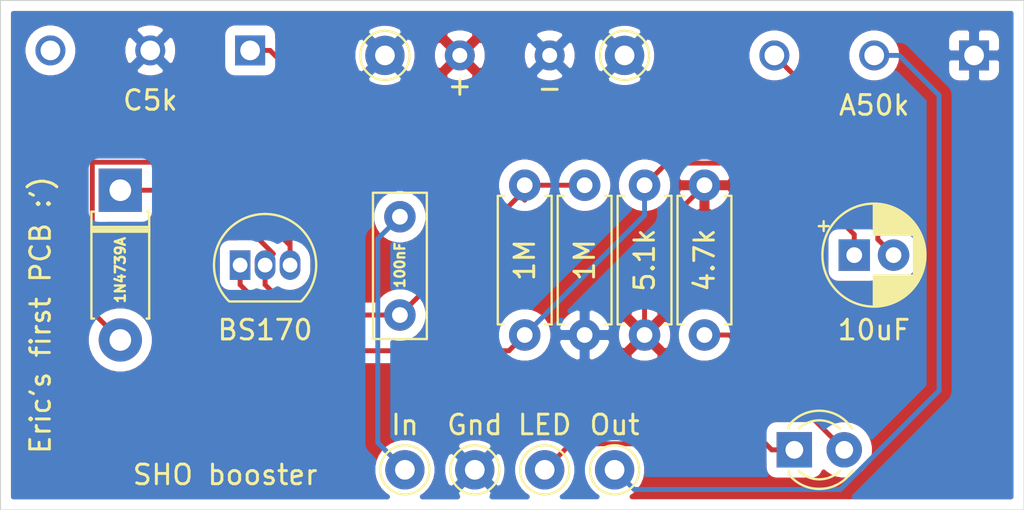
<source format=kicad_pcb>
(kicad_pcb (version 20171130) (host pcbnew "(5.1.5-0-10_14)")

  (general
    (thickness 1.6)
    (drawings 6)
    (tracks 57)
    (zones 0)
    (modules 18)
    (nets 12)
  )

  (page A4)
  (layers
    (0 F.Cu signal)
    (31 B.Cu signal)
    (32 B.Adhes user)
    (33 F.Adhes user)
    (34 B.Paste user)
    (35 F.Paste user)
    (36 B.SilkS user)
    (37 F.SilkS user)
    (38 B.Mask user)
    (39 F.Mask user)
    (40 Dwgs.User user)
    (41 Cmts.User user)
    (42 Eco1.User user)
    (43 Eco2.User user)
    (44 Edge.Cuts user)
    (45 Margin user)
    (46 B.CrtYd user)
    (47 F.CrtYd user)
    (48 B.Fab user)
    (49 F.Fab user)
  )

  (setup
    (last_trace_width 0.25)
    (trace_clearance 0.2)
    (zone_clearance 0.508)
    (zone_45_only no)
    (trace_min 0.2)
    (via_size 0.8)
    (via_drill 0.4)
    (via_min_size 0.4)
    (via_min_drill 0.3)
    (uvia_size 0.3)
    (uvia_drill 0.1)
    (uvias_allowed no)
    (uvia_min_size 0.2)
    (uvia_min_drill 0.1)
    (edge_width 0.05)
    (segment_width 0.2)
    (pcb_text_width 0.3)
    (pcb_text_size 1.5 1.5)
    (mod_edge_width 0.12)
    (mod_text_size 1 1)
    (mod_text_width 0.15)
    (pad_size 1.524 1.524)
    (pad_drill 0.762)
    (pad_to_mask_clearance 0.051)
    (solder_mask_min_width 0.25)
    (aux_axis_origin 0 0)
    (visible_elements FFFFFF7F)
    (pcbplotparams
      (layerselection 0x010fc_ffffffff)
      (usegerberextensions false)
      (usegerberattributes false)
      (usegerberadvancedattributes false)
      (creategerberjobfile false)
      (excludeedgelayer true)
      (linewidth 0.100000)
      (plotframeref false)
      (viasonmask false)
      (mode 1)
      (useauxorigin false)
      (hpglpennumber 1)
      (hpglpenspeed 20)
      (hpglpendiameter 15.000000)
      (psnegative false)
      (psa4output false)
      (plotreference true)
      (plotvalue true)
      (plotinvisibletext false)
      (padsonsilk false)
      (subtractmaskfromsilk false)
      (outputformat 1)
      (mirror false)
      (drillshape 0)
      (scaleselection 1)
      (outputdirectory "/Users/ericwood/PCBs/Testing/gerber/"))
  )

  (net 0 "")
  (net 1 "Net-(C1-Pad1)")
  (net 2 "Net-(C2-Pad1)")
  (net 3 "Net-(C2-Pad2)")
  (net 4 "Net-(D1-Pad2)")
  (net 5 GND)
  (net 6 +9V)
  (net 7 "Net-(RV1-Pad3)")
  (net 8 "Net-(C1-Pad2)")
  (net 9 "Net-(D2-Pad2)")
  (net 10 "Net-(D2-Pad1)")
  (net 11 "Net-(J5-Pad1)")

  (net_class Default "This is the default net class."
    (clearance 0.2)
    (trace_width 0.25)
    (via_dia 0.8)
    (via_drill 0.4)
    (uvia_dia 0.3)
    (uvia_drill 0.1)
    (add_net +9V)
    (add_net GND)
    (add_net "Net-(C1-Pad1)")
    (add_net "Net-(C1-Pad2)")
    (add_net "Net-(C2-Pad1)")
    (add_net "Net-(C2-Pad2)")
    (add_net "Net-(D1-Pad2)")
    (add_net "Net-(D2-Pad1)")
    (add_net "Net-(D2-Pad2)")
    (add_net "Net-(J5-Pad1)")
    (add_net "Net-(RV1-Pad3)")
  )

  (module "Potentiometer_THT:Alpha Pot 9mm" (layer F.Cu) (tedit 5ECB16E1) (tstamp 5ECB28D5)
    (at 196.342 96.774)
    (path /5ECADB35)
    (fp_text reference A50k (at 0 2.54) (layer F.SilkS)
      (effects (font (size 1 1) (thickness 0.15)))
    )
    (fp_text value A50k (at 0 5.08) (layer F.Fab) hide
      (effects (font (size 1 1) (thickness 0.15)))
    )
    (pad 3 thru_hole circle (at -5.08 0) (size 1.524 1.524) (drill 1) (layers *.Cu *.Mask)
      (net 3 "Net-(C2-Pad2)"))
    (pad 2 thru_hole circle (at 0 0) (size 1.524 1.524) (drill 1) (layers *.Cu *.Mask)
      (net 11 "Net-(J5-Pad1)"))
    (pad 1 thru_hole rect (at 5.08 0) (size 1.524 1.524) (drill 1) (layers *.Cu *.Mask)
      (net 5 GND))
  )

  (module "Potentiometer_THT:Alpha Pot 9mm" (layer F.Cu) (tedit 5ECB16E1) (tstamp 5ECB28CE)
    (at 159.512 96.52)
    (path /5ECA47C9)
    (fp_text reference C5k (at 0 2.54) (layer F.SilkS)
      (effects (font (size 1 1) (thickness 0.15)))
    )
    (fp_text value C5k (at 0 5.08) (layer F.Fab) hide
      (effects (font (size 1 1) (thickness 0.15)))
    )
    (pad 3 thru_hole circle (at -5.08 0) (size 1.524 1.524) (drill 1) (layers *.Cu *.Mask)
      (net 7 "Net-(RV1-Pad3)"))
    (pad 2 thru_hole circle (at 0 0) (size 1.524 1.524) (drill 1) (layers *.Cu *.Mask)
      (net 5 GND))
    (pad 1 thru_hole rect (at 5.08 0) (size 1.524 1.524) (drill 1) (layers *.Cu *.Mask)
      (net 4 "Net-(D1-Pad2)"))
  )

  (module Diode_THT:D_DO-41_SOD81_P7.62mm_Horizontal (layer F.Cu) (tedit 5AE50CD5) (tstamp 5ECB4954)
    (at 157.988 103.632 270)
    (descr "Diode, DO-41_SOD81 series, Axial, Horizontal, pin pitch=7.62mm, , length*diameter=5.2*2.7mm^2, , http://www.diodes.com/_files/packages/DO-41%20(Plastic).pdf")
    (tags "Diode DO-41_SOD81 series Axial Horizontal pin pitch 7.62mm  length 5.2mm diameter 2.7mm")
    (path /5ECA3347)
    (fp_text reference 1N4739A (at 4.064 0 90) (layer F.SilkS)
      (effects (font (size 0.5 0.5) (thickness 0.125)))
    )
    (fp_text value 1N4739A (at 4.064 0 90) (layer F.Fab)
      (effects (font (size 0.5 0.5) (thickness 0.125)))
    )
    (fp_text user K (at 0 -2.1 90) (layer F.SilkS) hide
      (effects (font (size 1 1) (thickness 0.15)))
    )
    (fp_text user K (at 0 -2.1 90) (layer F.Fab) hide
      (effects (font (size 1 1) (thickness 0.15)))
    )
    (fp_line (start 8.97 -1.6) (end -1.35 -1.6) (layer F.CrtYd) (width 0.05))
    (fp_line (start 8.97 1.6) (end 8.97 -1.6) (layer F.CrtYd) (width 0.05))
    (fp_line (start -1.35 1.6) (end 8.97 1.6) (layer F.CrtYd) (width 0.05))
    (fp_line (start -1.35 -1.6) (end -1.35 1.6) (layer F.CrtYd) (width 0.05))
    (fp_line (start 1.87 -1.47) (end 1.87 1.47) (layer F.SilkS) (width 0.12))
    (fp_line (start 2.11 -1.47) (end 2.11 1.47) (layer F.SilkS) (width 0.12))
    (fp_line (start 1.99 -1.47) (end 1.99 1.47) (layer F.SilkS) (width 0.12))
    (fp_line (start 6.53 1.47) (end 6.53 1.34) (layer F.SilkS) (width 0.12))
    (fp_line (start 1.09 1.47) (end 6.53 1.47) (layer F.SilkS) (width 0.12))
    (fp_line (start 1.09 1.34) (end 1.09 1.47) (layer F.SilkS) (width 0.12))
    (fp_line (start 6.53 -1.47) (end 6.53 -1.34) (layer F.SilkS) (width 0.12))
    (fp_line (start 1.09 -1.47) (end 6.53 -1.47) (layer F.SilkS) (width 0.12))
    (fp_line (start 1.09 -1.34) (end 1.09 -1.47) (layer F.SilkS) (width 0.12))
    (fp_line (start 1.89 -1.35) (end 1.89 1.35) (layer F.Fab) (width 0.1))
    (fp_line (start 2.09 -1.35) (end 2.09 1.35) (layer F.Fab) (width 0.1))
    (fp_line (start 1.99 -1.35) (end 1.99 1.35) (layer F.Fab) (width 0.1))
    (fp_line (start 7.62 0) (end 6.41 0) (layer F.Fab) (width 0.1))
    (fp_line (start 0 0) (end 1.21 0) (layer F.Fab) (width 0.1))
    (fp_line (start 6.41 -1.35) (end 1.21 -1.35) (layer F.Fab) (width 0.1))
    (fp_line (start 6.41 1.35) (end 6.41 -1.35) (layer F.Fab) (width 0.1))
    (fp_line (start 1.21 1.35) (end 6.41 1.35) (layer F.Fab) (width 0.1))
    (fp_line (start 1.21 -1.35) (end 1.21 1.35) (layer F.Fab) (width 0.1))
    (pad 2 thru_hole oval (at 7.62 0 270) (size 2.2 2.2) (drill 1.1) (layers *.Cu *.Mask)
      (net 4 "Net-(D1-Pad2)"))
    (pad 1 thru_hole rect (at 0 0 270) (size 2.2 2.2) (drill 1.1) (layers *.Cu *.Mask)
      (net 1 "Net-(C1-Pad1)"))
    (model ${KISYS3DMOD}/Diode_THT.3dshapes/D_DO-41_SOD81_P7.62mm_Horizontal.wrl
      (at (xyz 0 0 0))
      (scale (xyz 1 1 1))
      (rotate (xyz 0 0 0))
    )
  )

  (module "Connector_BarrelJack:DC Power" (layer F.Cu) (tedit 5ECAB0C5) (tstamp 5ECB17E4)
    (at 177.546 96.774)
    (path /5ECAD86E)
    (fp_text reference J4 (at 0.508 -2.032) (layer F.SilkS) hide
      (effects (font (size 1 1) (thickness 0.15)))
    )
    (fp_text value Jack-DC (at 0.508 3.556) (layer F.Fab) hide
      (effects (font (size 1 1) (thickness 0.15)))
    )
    (fp_text user - (at 2.286 1.651) (layer F.SilkS)
      (effects (font (size 1 1) (thickness 0.15)))
    )
    (fp_text user + (at -2.286 1.524) (layer F.SilkS)
      (effects (font (size 1 1) (thickness 0.15)))
    )
    (pad 2 thru_hole circle (at 2.286 0) (size 1.524 1.524) (drill 0.762) (layers *.Cu *.Mask)
      (net 5 GND))
    (pad 1 thru_hole circle (at -2.286 0) (size 1.524 1.524) (drill 0.762) (layers *.Cu *.Mask)
      (net 6 +9V))
  )

  (module Resistor_THT:R_Axial_DIN0207_L6.3mm_D2.5mm_P7.62mm_Horizontal (layer F.Cu) (tedit 5AE5139B) (tstamp 5ECAB436)
    (at 187.706 110.998 90)
    (descr "Resistor, Axial_DIN0207 series, Axial, Horizontal, pin pitch=7.62mm, 0.25W = 1/4W, length*diameter=6.3*2.5mm^2, http://cdn-reichelt.de/documents/datenblatt/B400/1_4W%23YAG.pdf")
    (tags "Resistor Axial_DIN0207 series Axial Horizontal pin pitch 7.62mm 0.25W = 1/4W length 6.3mm diameter 2.5mm")
    (path /5ECA0684)
    (fp_text reference 4.7k (at 3.81 0 90) (layer F.SilkS)
      (effects (font (size 1 1) (thickness 0.15)))
    )
    (fp_text value 4.7k (at 3.81 0 90) (layer F.Fab)
      (effects (font (size 1 1) (thickness 0.15)))
    )
    (fp_line (start 8.67 -1.5) (end -1.05 -1.5) (layer F.CrtYd) (width 0.05))
    (fp_line (start 8.67 1.5) (end 8.67 -1.5) (layer F.CrtYd) (width 0.05))
    (fp_line (start -1.05 1.5) (end 8.67 1.5) (layer F.CrtYd) (width 0.05))
    (fp_line (start -1.05 -1.5) (end -1.05 1.5) (layer F.CrtYd) (width 0.05))
    (fp_line (start 7.08 1.37) (end 7.08 1.04) (layer F.SilkS) (width 0.12))
    (fp_line (start 0.54 1.37) (end 7.08 1.37) (layer F.SilkS) (width 0.12))
    (fp_line (start 0.54 1.04) (end 0.54 1.37) (layer F.SilkS) (width 0.12))
    (fp_line (start 7.08 -1.37) (end 7.08 -1.04) (layer F.SilkS) (width 0.12))
    (fp_line (start 0.54 -1.37) (end 7.08 -1.37) (layer F.SilkS) (width 0.12))
    (fp_line (start 0.54 -1.04) (end 0.54 -1.37) (layer F.SilkS) (width 0.12))
    (fp_line (start 7.62 0) (end 6.96 0) (layer F.Fab) (width 0.1))
    (fp_line (start 0 0) (end 0.66 0) (layer F.Fab) (width 0.1))
    (fp_line (start 6.96 -1.25) (end 0.66 -1.25) (layer F.Fab) (width 0.1))
    (fp_line (start 6.96 1.25) (end 6.96 -1.25) (layer F.Fab) (width 0.1))
    (fp_line (start 0.66 1.25) (end 6.96 1.25) (layer F.Fab) (width 0.1))
    (fp_line (start 0.66 -1.25) (end 0.66 1.25) (layer F.Fab) (width 0.1))
    (pad 2 thru_hole oval (at 7.62 0 90) (size 1.6 1.6) (drill 0.8) (layers *.Cu *.Mask)
      (net 6 +9V))
    (pad 1 thru_hole circle (at 0 0 90) (size 1.6 1.6) (drill 0.8) (layers *.Cu *.Mask)
      (net 9 "Net-(D2-Pad2)"))
    (model ${KISYS3DMOD}/Resistor_THT.3dshapes/R_Axial_DIN0207_L6.3mm_D2.5mm_P7.62mm_Horizontal.wrl
      (at (xyz 0 0 0))
      (scale (xyz 1 1 1))
      (rotate (xyz 0 0 0))
    )
  )

  (module Connector_Pin:Pin_D1.0mm_L10.0mm (layer F.Cu) (tedit 5A1DC084) (tstamp 5ECAB381)
    (at 183.642 96.774)
    (descr "solder Pin_ diameter 1.0mm, hole diameter 1.0mm (press fit), length 10.0mm")
    (tags "solder Pin_ press fit")
    (path /5ECCF9FB)
    (fp_text reference J7 (at 0 2.25) (layer F.SilkS) hide
      (effects (font (size 1 1) (thickness 0.15)))
    )
    (fp_text value "Out Sleeve" (at 0 -2.05) (layer F.Fab) hide
      (effects (font (size 1 1) (thickness 0.15)))
    )
    (fp_circle (center 0 0) (end 1.25 0.05) (layer F.SilkS) (width 0.12))
    (fp_circle (center 0 0) (end 1 0) (layer F.Fab) (width 0.12))
    (fp_circle (center 0 0) (end 0.5 0) (layer F.Fab) (width 0.12))
    (fp_circle (center 0 0) (end 1.5 0) (layer F.CrtYd) (width 0.05))
    (fp_text user %R (at 0 2.25) (layer F.Fab) hide
      (effects (font (size 1 1) (thickness 0.15)))
    )
    (pad 1 thru_hole circle (at 0 0) (size 2 2) (drill 1) (layers *.Cu *.Mask)
      (net 5 GND))
    (model ${KISYS3DMOD}/Connector_Pin.3dshapes/Pin_D1.0mm_L10.0mm.wrl
      (at (xyz 0 0 0))
      (scale (xyz 1 1 1))
      (rotate (xyz 0 0 0))
    )
  )

  (module Connector_Pin:Pin_D1.0mm_L10.0mm (layer F.Cu) (tedit 5A1DC084) (tstamp 5ECAB377)
    (at 171.45 96.774)
    (descr "solder Pin_ diameter 1.0mm, hole diameter 1.0mm (press fit), length 10.0mm")
    (tags "solder Pin_ press fit")
    (path /5ECCA23F)
    (fp_text reference J6 (at 0 2.25) (layer F.SilkS) hide
      (effects (font (size 1 1) (thickness 0.15)))
    )
    (fp_text value "In Sleeve" (at 0 -2.05) (layer F.Fab) hide
      (effects (font (size 1 1) (thickness 0.15)))
    )
    (fp_circle (center 0 0) (end 1.25 0.05) (layer F.SilkS) (width 0.12))
    (fp_circle (center 0 0) (end 1 0) (layer F.Fab) (width 0.12))
    (fp_circle (center 0 0) (end 0.5 0) (layer F.Fab) (width 0.12))
    (fp_circle (center 0 0) (end 1.5 0) (layer F.CrtYd) (width 0.05))
    (fp_text user %R (at 0 2.25) (layer F.Fab) hide
      (effects (font (size 1 1) (thickness 0.15)))
    )
    (pad 1 thru_hole circle (at 0 0) (size 2 2) (drill 1) (layers *.Cu *.Mask)
      (net 5 GND))
    (model ${KISYS3DMOD}/Connector_Pin.3dshapes/Pin_D1.0mm_L10.0mm.wrl
      (at (xyz 0 0 0))
      (scale (xyz 1 1 1))
      (rotate (xyz 0 0 0))
    )
  )

  (module Connector_Pin:Pin_D1.0mm_L10.0mm (layer F.Cu) (tedit 5A1DC084) (tstamp 5ECB5D23)
    (at 183.134 117.856)
    (descr "solder Pin_ diameter 1.0mm, hole diameter 1.0mm (press fit), length 10.0mm")
    (tags "solder Pin_ press fit")
    (path /5ECAFE87)
    (fp_text reference Out (at 0 -2.286) (layer F.SilkS)
      (effects (font (size 1 1) (thickness 0.15)))
    )
    (fp_text value Out (at 0 -2.286) (layer F.Fab)
      (effects (font (size 1 1) (thickness 0.15)))
    )
    (fp_circle (center 0 0) (end 1.25 0.05) (layer F.SilkS) (width 0.12))
    (fp_circle (center 0 0) (end 1 0) (layer F.Fab) (width 0.12))
    (fp_circle (center 0 0) (end 0.5 0) (layer F.Fab) (width 0.12))
    (fp_circle (center 0 0) (end 1.5 0) (layer F.CrtYd) (width 0.05))
    (fp_text user %R (at 0 2.25) (layer F.Fab) hide
      (effects (font (size 1 1) (thickness 0.15)))
    )
    (pad 1 thru_hole circle (at 0 0) (size 2 2) (drill 1) (layers *.Cu *.Mask)
      (net 11 "Net-(J5-Pad1)"))
    (model ${KISYS3DMOD}/Connector_Pin.3dshapes/Pin_D1.0mm_L10.0mm.wrl
      (at (xyz 0 0 0))
      (scale (xyz 1 1 1))
      (rotate (xyz 0 0 0))
    )
  )

  (module Connector_Pin:Pin_D1.0mm_L10.0mm (layer F.Cu) (tedit 5A1DC084) (tstamp 5ECB5D08)
    (at 176.022 117.856)
    (descr "solder Pin_ diameter 1.0mm, hole diameter 1.0mm (press fit), length 10.0mm")
    (tags "solder Pin_ press fit")
    (path /5ECB2E61)
    (fp_text reference Gnd (at 0 -2.286) (layer F.SilkS)
      (effects (font (size 1 1) (thickness 0.15)))
    )
    (fp_text value Gnd (at 0 -2.286) (layer F.Fab)
      (effects (font (size 1 1) (thickness 0.15)))
    )
    (fp_circle (center 0 0) (end 1.25 0.05) (layer F.SilkS) (width 0.12))
    (fp_circle (center 0 0) (end 1 0) (layer F.Fab) (width 0.12))
    (fp_circle (center 0 0) (end 0.5 0) (layer F.Fab) (width 0.12))
    (fp_circle (center 0 0) (end 1.5 0) (layer F.CrtYd) (width 0.05))
    (fp_text user %R (at 0 2.25) (layer F.Fab) hide
      (effects (font (size 1 1) (thickness 0.15)))
    )
    (pad 1 thru_hole circle (at 0 0) (size 2 2) (drill 1) (layers *.Cu *.Mask)
      (net 5 GND))
    (model ${KISYS3DMOD}/Connector_Pin.3dshapes/Pin_D1.0mm_L10.0mm.wrl
      (at (xyz 0 0 0))
      (scale (xyz 1 1 1))
      (rotate (xyz 0 0 0))
    )
  )

  (module Connector_Pin:Pin_D1.0mm_L10.0mm (layer F.Cu) (tedit 5A1DC084) (tstamp 5ECB5CED)
    (at 179.578 117.856)
    (descr "solder Pin_ diameter 1.0mm, hole diameter 1.0mm (press fit), length 10.0mm")
    (tags "solder Pin_ press fit")
    (path /5ECB3A83)
    (fp_text reference LED (at 0 -2.286) (layer F.SilkS)
      (effects (font (size 1 1) (thickness 0.15)))
    )
    (fp_text value LED (at 0 -2.286) (layer F.Fab)
      (effects (font (size 1 1) (thickness 0.15)))
    )
    (fp_circle (center 0 0) (end 1.25 0.05) (layer F.SilkS) (width 0.12))
    (fp_circle (center 0 0) (end 1 0) (layer F.Fab) (width 0.12))
    (fp_circle (center 0 0) (end 0.5 0) (layer F.Fab) (width 0.12))
    (fp_circle (center 0 0) (end 1.5 0) (layer F.CrtYd) (width 0.05))
    (fp_text user %R (at 0 2.25) (layer F.Fab) hide
      (effects (font (size 1 1) (thickness 0.15)))
    )
    (pad 1 thru_hole circle (at 0 0) (size 2 2) (drill 1) (layers *.Cu *.Mask)
      (net 10 "Net-(D2-Pad1)"))
    (model ${KISYS3DMOD}/Connector_Pin.3dshapes/Pin_D1.0mm_L10.0mm.wrl
      (at (xyz 0 0 0))
      (scale (xyz 1 1 1))
      (rotate (xyz 0 0 0))
    )
  )

  (module Connector_Pin:Pin_D1.0mm_L10.0mm (layer F.Cu) (tedit 5A1DC084) (tstamp 5ECB5CD2)
    (at 172.466 117.856)
    (descr "solder Pin_ diameter 1.0mm, hole diameter 1.0mm (press fit), length 10.0mm")
    (tags "solder Pin_ press fit")
    (path /5ECB0D23)
    (fp_text reference In (at 0 -2.286) (layer F.SilkS)
      (effects (font (size 1 1) (thickness 0.15)))
    )
    (fp_text value In (at 0 -2.286) (layer F.Fab)
      (effects (font (size 1 1) (thickness 0.15)))
    )
    (fp_circle (center 0 0) (end 1.25 0.05) (layer F.SilkS) (width 0.12))
    (fp_circle (center 0 0) (end 1 0) (layer F.Fab) (width 0.12))
    (fp_circle (center 0 0) (end 0.5 0) (layer F.Fab) (width 0.12))
    (fp_circle (center 0 0) (end 1.5 0) (layer F.CrtYd) (width 0.05))
    (fp_text user %R (at 0 2.25) (layer F.Fab) hide
      (effects (font (size 1 1) (thickness 0.15)))
    )
    (pad 1 thru_hole circle (at 0 0) (size 2 2) (drill 1) (layers *.Cu *.Mask)
      (net 8 "Net-(C1-Pad2)"))
    (model ${KISYS3DMOD}/Connector_Pin.3dshapes/Pin_D1.0mm_L10.0mm.wrl
      (at (xyz 0 0 0))
      (scale (xyz 1 1 1))
      (rotate (xyz 0 0 0))
    )
  )

  (module LED_THT:LED_D3.0mm (layer F.Cu) (tedit 587A3A7B) (tstamp 5ECB5CA5)
    (at 192.278 116.84)
    (descr "LED, diameter 3.0mm, 2 pins")
    (tags "LED diameter 3.0mm 2 pins")
    (path /5EC9DFDD)
    (fp_text reference D2 (at 1.27 -2.96) (layer F.SilkS) hide
      (effects (font (size 1 1) (thickness 0.15)))
    )
    (fp_text value LED (at 1.27 2.96) (layer F.Fab) hide
      (effects (font (size 1 1) (thickness 0.15)))
    )
    (fp_line (start 3.7 -2.25) (end -1.15 -2.25) (layer F.CrtYd) (width 0.05))
    (fp_line (start 3.7 2.25) (end 3.7 -2.25) (layer F.CrtYd) (width 0.05))
    (fp_line (start -1.15 2.25) (end 3.7 2.25) (layer F.CrtYd) (width 0.05))
    (fp_line (start -1.15 -2.25) (end -1.15 2.25) (layer F.CrtYd) (width 0.05))
    (fp_line (start -0.29 1.08) (end -0.29 1.236) (layer F.SilkS) (width 0.12))
    (fp_line (start -0.29 -1.236) (end -0.29 -1.08) (layer F.SilkS) (width 0.12))
    (fp_line (start -0.23 -1.16619) (end -0.23 1.16619) (layer F.Fab) (width 0.1))
    (fp_circle (center 1.27 0) (end 2.77 0) (layer F.Fab) (width 0.1))
    (fp_arc (start 1.27 0) (end 0.229039 1.08) (angle -87.9) (layer F.SilkS) (width 0.12))
    (fp_arc (start 1.27 0) (end 0.229039 -1.08) (angle 87.9) (layer F.SilkS) (width 0.12))
    (fp_arc (start 1.27 0) (end -0.29 1.235516) (angle -108.8) (layer F.SilkS) (width 0.12))
    (fp_arc (start 1.27 0) (end -0.29 -1.235516) (angle 108.8) (layer F.SilkS) (width 0.12))
    (fp_arc (start 1.27 0) (end -0.23 -1.16619) (angle 284.3) (layer F.Fab) (width 0.1))
    (pad 2 thru_hole circle (at 2.54 0) (size 1.8 1.8) (drill 0.9) (layers *.Cu *.Mask)
      (net 9 "Net-(D2-Pad2)"))
    (pad 1 thru_hole rect (at 0 0) (size 1.8 1.8) (drill 0.9) (layers *.Cu *.Mask)
      (net 10 "Net-(D2-Pad1)"))
    (model ${KISYS3DMOD}/LED_THT.3dshapes/LED_D3.0mm.wrl
      (at (xyz 0 0 0))
      (scale (xyz 1 1 1))
      (rotate (xyz 0 0 0))
    )
  )

  (module Resistor_THT:R_Axial_DIN0207_L6.3mm_D2.5mm_P7.62mm_Horizontal (layer F.Cu) (tedit 5AE5139B) (tstamp 5EC9F6F3)
    (at 181.61 103.378 270)
    (descr "Resistor, Axial_DIN0207 series, Axial, Horizontal, pin pitch=7.62mm, 0.25W = 1/4W, length*diameter=6.3*2.5mm^2, http://cdn-reichelt.de/documents/datenblatt/B400/1_4W%23YAG.pdf")
    (tags "Resistor Axial_DIN0207 series Axial Horizontal pin pitch 7.62mm 0.25W = 1/4W length 6.3mm diameter 2.5mm")
    (path /5ECA7043)
    (fp_text reference 1M (at 3.81 0 90) (layer F.SilkS)
      (effects (font (size 1 1) (thickness 0.15)))
    )
    (fp_text value 1M (at 3.81 0 90) (layer F.Fab)
      (effects (font (size 1 1) (thickness 0.15)))
    )
    (fp_line (start 0.66 -1.25) (end 0.66 1.25) (layer F.Fab) (width 0.1))
    (fp_line (start 0.66 1.25) (end 6.96 1.25) (layer F.Fab) (width 0.1))
    (fp_line (start 6.96 1.25) (end 6.96 -1.25) (layer F.Fab) (width 0.1))
    (fp_line (start 6.96 -1.25) (end 0.66 -1.25) (layer F.Fab) (width 0.1))
    (fp_line (start 0 0) (end 0.66 0) (layer F.Fab) (width 0.1))
    (fp_line (start 7.62 0) (end 6.96 0) (layer F.Fab) (width 0.1))
    (fp_line (start 0.54 -1.04) (end 0.54 -1.37) (layer F.SilkS) (width 0.12))
    (fp_line (start 0.54 -1.37) (end 7.08 -1.37) (layer F.SilkS) (width 0.12))
    (fp_line (start 7.08 -1.37) (end 7.08 -1.04) (layer F.SilkS) (width 0.12))
    (fp_line (start 0.54 1.04) (end 0.54 1.37) (layer F.SilkS) (width 0.12))
    (fp_line (start 0.54 1.37) (end 7.08 1.37) (layer F.SilkS) (width 0.12))
    (fp_line (start 7.08 1.37) (end 7.08 1.04) (layer F.SilkS) (width 0.12))
    (fp_line (start -1.05 -1.5) (end -1.05 1.5) (layer F.CrtYd) (width 0.05))
    (fp_line (start -1.05 1.5) (end 8.67 1.5) (layer F.CrtYd) (width 0.05))
    (fp_line (start 8.67 1.5) (end 8.67 -1.5) (layer F.CrtYd) (width 0.05))
    (fp_line (start 8.67 -1.5) (end -1.05 -1.5) (layer F.CrtYd) (width 0.05))
    (pad 1 thru_hole circle (at 0 0 270) (size 1.6 1.6) (drill 0.8) (layers *.Cu *.Mask)
      (net 1 "Net-(C1-Pad1)"))
    (pad 2 thru_hole oval (at 7.62 0 270) (size 1.6 1.6) (drill 0.8) (layers *.Cu *.Mask)
      (net 5 GND))
    (model ${KISYS3DMOD}/Resistor_THT.3dshapes/R_Axial_DIN0207_L6.3mm_D2.5mm_P7.62mm_Horizontal.wrl
      (at (xyz 0 0 0))
      (scale (xyz 1 1 1))
      (rotate (xyz 0 0 0))
    )
  )

  (module Capacitor_THT:C_Rect_L7.2mm_W2.5mm_P5.00mm_FKS2_FKP2_MKS2_MKP2 (layer F.Cu) (tedit 5AE50EF0) (tstamp 5ECB3C1B)
    (at 172.212 109.982 90)
    (descr "C, Rect series, Radial, pin pitch=5.00mm, , length*width=7.2*2.5mm^2, Capacitor, http://www.wima.com/EN/WIMA_FKS_2.pdf")
    (tags "C Rect series Radial pin pitch 5.00mm  length 7.2mm width 2.5mm Capacitor")
    (path /5ECA79CB)
    (fp_text reference 100nF (at 2.54 0 90) (layer F.SilkS)
      (effects (font (size 0.5 0.5) (thickness 0.15)))
    )
    (fp_text value 100nF (at 2.54 0 90) (layer F.Fab)
      (effects (font (size 0.5 0.5) (thickness 0.125)))
    )
    (fp_line (start -1.1 -1.25) (end -1.1 1.25) (layer F.Fab) (width 0.1))
    (fp_line (start -1.1 1.25) (end 6.1 1.25) (layer F.Fab) (width 0.1))
    (fp_line (start 6.1 1.25) (end 6.1 -1.25) (layer F.Fab) (width 0.1))
    (fp_line (start 6.1 -1.25) (end -1.1 -1.25) (layer F.Fab) (width 0.1))
    (fp_line (start -1.22 -1.37) (end 6.22 -1.37) (layer F.SilkS) (width 0.12))
    (fp_line (start -1.22 1.37) (end 6.22 1.37) (layer F.SilkS) (width 0.12))
    (fp_line (start -1.22 -1.37) (end -1.22 1.37) (layer F.SilkS) (width 0.12))
    (fp_line (start 6.22 -1.37) (end 6.22 1.37) (layer F.SilkS) (width 0.12))
    (fp_line (start -1.35 -1.5) (end -1.35 1.5) (layer F.CrtYd) (width 0.05))
    (fp_line (start -1.35 1.5) (end 6.35 1.5) (layer F.CrtYd) (width 0.05))
    (fp_line (start 6.35 1.5) (end 6.35 -1.5) (layer F.CrtYd) (width 0.05))
    (fp_line (start 6.35 -1.5) (end -1.35 -1.5) (layer F.CrtYd) (width 0.05))
    (pad 1 thru_hole circle (at 0 0 90) (size 1.6 1.6) (drill 0.8) (layers *.Cu *.Mask)
      (net 1 "Net-(C1-Pad1)"))
    (pad 2 thru_hole circle (at 5 0 90) (size 1.6 1.6) (drill 0.8) (layers *.Cu *.Mask)
      (net 8 "Net-(C1-Pad2)"))
    (model ${KISYS3DMOD}/Capacitor_THT.3dshapes/C_Rect_L7.2mm_W2.5mm_P5.00mm_FKS2_FKP2_MKS2_MKP2.wrl
      (at (xyz 0 0 0))
      (scale (xyz 1 1 1))
      (rotate (xyz 0 0 0))
    )
  )

  (module Capacitor_THT:CP_Radial_D5.0mm_P2.00mm (layer F.Cu) (tedit 5AE50EF0) (tstamp 5EC9F694)
    (at 195.326 106.934)
    (descr "CP, Radial series, Radial, pin pitch=2.00mm, , diameter=5mm, Electrolytic Capacitor")
    (tags "CP Radial series Radial pin pitch 2.00mm  diameter 5mm Electrolytic Capacitor")
    (path /5EC9B91A)
    (fp_text reference 10uF (at 1 3.81) (layer F.SilkS)
      (effects (font (size 1 1) (thickness 0.15)))
    )
    (fp_text value 10uF (at 1 3.75) (layer F.Fab)
      (effects (font (size 1 1) (thickness 0.15)))
    )
    (fp_text user %R (at 1 0) (layer F.Fab)
      (effects (font (size 1 1) (thickness 0.15)))
    )
    (fp_line (start -1.554775 -1.725) (end -1.554775 -1.225) (layer F.SilkS) (width 0.12))
    (fp_line (start -1.804775 -1.475) (end -1.304775 -1.475) (layer F.SilkS) (width 0.12))
    (fp_line (start 3.601 -0.284) (end 3.601 0.284) (layer F.SilkS) (width 0.12))
    (fp_line (start 3.561 -0.518) (end 3.561 0.518) (layer F.SilkS) (width 0.12))
    (fp_line (start 3.521 -0.677) (end 3.521 0.677) (layer F.SilkS) (width 0.12))
    (fp_line (start 3.481 -0.805) (end 3.481 0.805) (layer F.SilkS) (width 0.12))
    (fp_line (start 3.441 -0.915) (end 3.441 0.915) (layer F.SilkS) (width 0.12))
    (fp_line (start 3.401 -1.011) (end 3.401 1.011) (layer F.SilkS) (width 0.12))
    (fp_line (start 3.361 -1.098) (end 3.361 1.098) (layer F.SilkS) (width 0.12))
    (fp_line (start 3.321 -1.178) (end 3.321 1.178) (layer F.SilkS) (width 0.12))
    (fp_line (start 3.281 -1.251) (end 3.281 1.251) (layer F.SilkS) (width 0.12))
    (fp_line (start 3.241 -1.319) (end 3.241 1.319) (layer F.SilkS) (width 0.12))
    (fp_line (start 3.201 -1.383) (end 3.201 1.383) (layer F.SilkS) (width 0.12))
    (fp_line (start 3.161 -1.443) (end 3.161 1.443) (layer F.SilkS) (width 0.12))
    (fp_line (start 3.121 -1.5) (end 3.121 1.5) (layer F.SilkS) (width 0.12))
    (fp_line (start 3.081 -1.554) (end 3.081 1.554) (layer F.SilkS) (width 0.12))
    (fp_line (start 3.041 -1.605) (end 3.041 1.605) (layer F.SilkS) (width 0.12))
    (fp_line (start 3.001 1.04) (end 3.001 1.653) (layer F.SilkS) (width 0.12))
    (fp_line (start 3.001 -1.653) (end 3.001 -1.04) (layer F.SilkS) (width 0.12))
    (fp_line (start 2.961 1.04) (end 2.961 1.699) (layer F.SilkS) (width 0.12))
    (fp_line (start 2.961 -1.699) (end 2.961 -1.04) (layer F.SilkS) (width 0.12))
    (fp_line (start 2.921 1.04) (end 2.921 1.743) (layer F.SilkS) (width 0.12))
    (fp_line (start 2.921 -1.743) (end 2.921 -1.04) (layer F.SilkS) (width 0.12))
    (fp_line (start 2.881 1.04) (end 2.881 1.785) (layer F.SilkS) (width 0.12))
    (fp_line (start 2.881 -1.785) (end 2.881 -1.04) (layer F.SilkS) (width 0.12))
    (fp_line (start 2.841 1.04) (end 2.841 1.826) (layer F.SilkS) (width 0.12))
    (fp_line (start 2.841 -1.826) (end 2.841 -1.04) (layer F.SilkS) (width 0.12))
    (fp_line (start 2.801 1.04) (end 2.801 1.864) (layer F.SilkS) (width 0.12))
    (fp_line (start 2.801 -1.864) (end 2.801 -1.04) (layer F.SilkS) (width 0.12))
    (fp_line (start 2.761 1.04) (end 2.761 1.901) (layer F.SilkS) (width 0.12))
    (fp_line (start 2.761 -1.901) (end 2.761 -1.04) (layer F.SilkS) (width 0.12))
    (fp_line (start 2.721 1.04) (end 2.721 1.937) (layer F.SilkS) (width 0.12))
    (fp_line (start 2.721 -1.937) (end 2.721 -1.04) (layer F.SilkS) (width 0.12))
    (fp_line (start 2.681 1.04) (end 2.681 1.971) (layer F.SilkS) (width 0.12))
    (fp_line (start 2.681 -1.971) (end 2.681 -1.04) (layer F.SilkS) (width 0.12))
    (fp_line (start 2.641 1.04) (end 2.641 2.004) (layer F.SilkS) (width 0.12))
    (fp_line (start 2.641 -2.004) (end 2.641 -1.04) (layer F.SilkS) (width 0.12))
    (fp_line (start 2.601 1.04) (end 2.601 2.035) (layer F.SilkS) (width 0.12))
    (fp_line (start 2.601 -2.035) (end 2.601 -1.04) (layer F.SilkS) (width 0.12))
    (fp_line (start 2.561 1.04) (end 2.561 2.065) (layer F.SilkS) (width 0.12))
    (fp_line (start 2.561 -2.065) (end 2.561 -1.04) (layer F.SilkS) (width 0.12))
    (fp_line (start 2.521 1.04) (end 2.521 2.095) (layer F.SilkS) (width 0.12))
    (fp_line (start 2.521 -2.095) (end 2.521 -1.04) (layer F.SilkS) (width 0.12))
    (fp_line (start 2.481 1.04) (end 2.481 2.122) (layer F.SilkS) (width 0.12))
    (fp_line (start 2.481 -2.122) (end 2.481 -1.04) (layer F.SilkS) (width 0.12))
    (fp_line (start 2.441 1.04) (end 2.441 2.149) (layer F.SilkS) (width 0.12))
    (fp_line (start 2.441 -2.149) (end 2.441 -1.04) (layer F.SilkS) (width 0.12))
    (fp_line (start 2.401 1.04) (end 2.401 2.175) (layer F.SilkS) (width 0.12))
    (fp_line (start 2.401 -2.175) (end 2.401 -1.04) (layer F.SilkS) (width 0.12))
    (fp_line (start 2.361 1.04) (end 2.361 2.2) (layer F.SilkS) (width 0.12))
    (fp_line (start 2.361 -2.2) (end 2.361 -1.04) (layer F.SilkS) (width 0.12))
    (fp_line (start 2.321 1.04) (end 2.321 2.224) (layer F.SilkS) (width 0.12))
    (fp_line (start 2.321 -2.224) (end 2.321 -1.04) (layer F.SilkS) (width 0.12))
    (fp_line (start 2.281 1.04) (end 2.281 2.247) (layer F.SilkS) (width 0.12))
    (fp_line (start 2.281 -2.247) (end 2.281 -1.04) (layer F.SilkS) (width 0.12))
    (fp_line (start 2.241 1.04) (end 2.241 2.268) (layer F.SilkS) (width 0.12))
    (fp_line (start 2.241 -2.268) (end 2.241 -1.04) (layer F.SilkS) (width 0.12))
    (fp_line (start 2.201 1.04) (end 2.201 2.29) (layer F.SilkS) (width 0.12))
    (fp_line (start 2.201 -2.29) (end 2.201 -1.04) (layer F.SilkS) (width 0.12))
    (fp_line (start 2.161 1.04) (end 2.161 2.31) (layer F.SilkS) (width 0.12))
    (fp_line (start 2.161 -2.31) (end 2.161 -1.04) (layer F.SilkS) (width 0.12))
    (fp_line (start 2.121 1.04) (end 2.121 2.329) (layer F.SilkS) (width 0.12))
    (fp_line (start 2.121 -2.329) (end 2.121 -1.04) (layer F.SilkS) (width 0.12))
    (fp_line (start 2.081 1.04) (end 2.081 2.348) (layer F.SilkS) (width 0.12))
    (fp_line (start 2.081 -2.348) (end 2.081 -1.04) (layer F.SilkS) (width 0.12))
    (fp_line (start 2.041 1.04) (end 2.041 2.365) (layer F.SilkS) (width 0.12))
    (fp_line (start 2.041 -2.365) (end 2.041 -1.04) (layer F.SilkS) (width 0.12))
    (fp_line (start 2.001 1.04) (end 2.001 2.382) (layer F.SilkS) (width 0.12))
    (fp_line (start 2.001 -2.382) (end 2.001 -1.04) (layer F.SilkS) (width 0.12))
    (fp_line (start 1.961 1.04) (end 1.961 2.398) (layer F.SilkS) (width 0.12))
    (fp_line (start 1.961 -2.398) (end 1.961 -1.04) (layer F.SilkS) (width 0.12))
    (fp_line (start 1.921 1.04) (end 1.921 2.414) (layer F.SilkS) (width 0.12))
    (fp_line (start 1.921 -2.414) (end 1.921 -1.04) (layer F.SilkS) (width 0.12))
    (fp_line (start 1.881 1.04) (end 1.881 2.428) (layer F.SilkS) (width 0.12))
    (fp_line (start 1.881 -2.428) (end 1.881 -1.04) (layer F.SilkS) (width 0.12))
    (fp_line (start 1.841 1.04) (end 1.841 2.442) (layer F.SilkS) (width 0.12))
    (fp_line (start 1.841 -2.442) (end 1.841 -1.04) (layer F.SilkS) (width 0.12))
    (fp_line (start 1.801 1.04) (end 1.801 2.455) (layer F.SilkS) (width 0.12))
    (fp_line (start 1.801 -2.455) (end 1.801 -1.04) (layer F.SilkS) (width 0.12))
    (fp_line (start 1.761 1.04) (end 1.761 2.468) (layer F.SilkS) (width 0.12))
    (fp_line (start 1.761 -2.468) (end 1.761 -1.04) (layer F.SilkS) (width 0.12))
    (fp_line (start 1.721 1.04) (end 1.721 2.48) (layer F.SilkS) (width 0.12))
    (fp_line (start 1.721 -2.48) (end 1.721 -1.04) (layer F.SilkS) (width 0.12))
    (fp_line (start 1.68 1.04) (end 1.68 2.491) (layer F.SilkS) (width 0.12))
    (fp_line (start 1.68 -2.491) (end 1.68 -1.04) (layer F.SilkS) (width 0.12))
    (fp_line (start 1.64 1.04) (end 1.64 2.501) (layer F.SilkS) (width 0.12))
    (fp_line (start 1.64 -2.501) (end 1.64 -1.04) (layer F.SilkS) (width 0.12))
    (fp_line (start 1.6 1.04) (end 1.6 2.511) (layer F.SilkS) (width 0.12))
    (fp_line (start 1.6 -2.511) (end 1.6 -1.04) (layer F.SilkS) (width 0.12))
    (fp_line (start 1.56 1.04) (end 1.56 2.52) (layer F.SilkS) (width 0.12))
    (fp_line (start 1.56 -2.52) (end 1.56 -1.04) (layer F.SilkS) (width 0.12))
    (fp_line (start 1.52 1.04) (end 1.52 2.528) (layer F.SilkS) (width 0.12))
    (fp_line (start 1.52 -2.528) (end 1.52 -1.04) (layer F.SilkS) (width 0.12))
    (fp_line (start 1.48 1.04) (end 1.48 2.536) (layer F.SilkS) (width 0.12))
    (fp_line (start 1.48 -2.536) (end 1.48 -1.04) (layer F.SilkS) (width 0.12))
    (fp_line (start 1.44 1.04) (end 1.44 2.543) (layer F.SilkS) (width 0.12))
    (fp_line (start 1.44 -2.543) (end 1.44 -1.04) (layer F.SilkS) (width 0.12))
    (fp_line (start 1.4 1.04) (end 1.4 2.55) (layer F.SilkS) (width 0.12))
    (fp_line (start 1.4 -2.55) (end 1.4 -1.04) (layer F.SilkS) (width 0.12))
    (fp_line (start 1.36 1.04) (end 1.36 2.556) (layer F.SilkS) (width 0.12))
    (fp_line (start 1.36 -2.556) (end 1.36 -1.04) (layer F.SilkS) (width 0.12))
    (fp_line (start 1.32 1.04) (end 1.32 2.561) (layer F.SilkS) (width 0.12))
    (fp_line (start 1.32 -2.561) (end 1.32 -1.04) (layer F.SilkS) (width 0.12))
    (fp_line (start 1.28 1.04) (end 1.28 2.565) (layer F.SilkS) (width 0.12))
    (fp_line (start 1.28 -2.565) (end 1.28 -1.04) (layer F.SilkS) (width 0.12))
    (fp_line (start 1.24 1.04) (end 1.24 2.569) (layer F.SilkS) (width 0.12))
    (fp_line (start 1.24 -2.569) (end 1.24 -1.04) (layer F.SilkS) (width 0.12))
    (fp_line (start 1.2 1.04) (end 1.2 2.573) (layer F.SilkS) (width 0.12))
    (fp_line (start 1.2 -2.573) (end 1.2 -1.04) (layer F.SilkS) (width 0.12))
    (fp_line (start 1.16 1.04) (end 1.16 2.576) (layer F.SilkS) (width 0.12))
    (fp_line (start 1.16 -2.576) (end 1.16 -1.04) (layer F.SilkS) (width 0.12))
    (fp_line (start 1.12 1.04) (end 1.12 2.578) (layer F.SilkS) (width 0.12))
    (fp_line (start 1.12 -2.578) (end 1.12 -1.04) (layer F.SilkS) (width 0.12))
    (fp_line (start 1.08 1.04) (end 1.08 2.579) (layer F.SilkS) (width 0.12))
    (fp_line (start 1.08 -2.579) (end 1.08 -1.04) (layer F.SilkS) (width 0.12))
    (fp_line (start 1.04 -2.58) (end 1.04 -1.04) (layer F.SilkS) (width 0.12))
    (fp_line (start 1.04 1.04) (end 1.04 2.58) (layer F.SilkS) (width 0.12))
    (fp_line (start 1 -2.58) (end 1 -1.04) (layer F.SilkS) (width 0.12))
    (fp_line (start 1 1.04) (end 1 2.58) (layer F.SilkS) (width 0.12))
    (fp_line (start -0.883605 -1.3375) (end -0.883605 -0.8375) (layer F.Fab) (width 0.1))
    (fp_line (start -1.133605 -1.0875) (end -0.633605 -1.0875) (layer F.Fab) (width 0.1))
    (fp_circle (center 1 0) (end 3.75 0) (layer F.CrtYd) (width 0.05))
    (fp_circle (center 1 0) (end 3.62 0) (layer F.SilkS) (width 0.12))
    (fp_circle (center 1 0) (end 3.5 0) (layer F.Fab) (width 0.1))
    (pad 2 thru_hole circle (at 2 0) (size 1.6 1.6) (drill 0.8) (layers *.Cu *.Mask)
      (net 3 "Net-(C2-Pad2)"))
    (pad 1 thru_hole rect (at 0 0) (size 1.6 1.6) (drill 0.8) (layers *.Cu *.Mask)
      (net 2 "Net-(C2-Pad1)"))
    (model ${KISYS3DMOD}/Capacitor_THT.3dshapes/CP_Radial_D5.0mm_P2.00mm.wrl
      (at (xyz 0 0 0))
      (scale (xyz 1 1 1))
      (rotate (xyz 0 0 0))
    )
  )

  (module Package_TO_SOT_THT:TO-92_Inline (layer F.Cu) (tedit 5A1DD157) (tstamp 5EC9C12B)
    (at 164.084 107.442)
    (descr "TO-92 leads in-line, narrow, oval pads, drill 0.75mm (see NXP sot054_po.pdf)")
    (tags "to-92 sc-43 sc-43a sot54 PA33 transistor")
    (path /5EC9CD3F)
    (fp_text reference BS170 (at 1.27 3.302) (layer F.SilkS)
      (effects (font (size 1 1) (thickness 0.15)))
    )
    (fp_text value BS170 (at 1.27 3.302) (layer F.Fab)
      (effects (font (size 1 1) (thickness 0.15)))
    )
    (fp_arc (start 1.27 0) (end 1.27 -2.6) (angle 135) (layer F.SilkS) (width 0.12))
    (fp_arc (start 1.27 0) (end 1.27 -2.48) (angle -135) (layer F.Fab) (width 0.1))
    (fp_arc (start 1.27 0) (end 1.27 -2.6) (angle -135) (layer F.SilkS) (width 0.12))
    (fp_arc (start 1.27 0) (end 1.27 -2.48) (angle 135) (layer F.Fab) (width 0.1))
    (fp_line (start 4 2.01) (end -1.46 2.01) (layer F.CrtYd) (width 0.05))
    (fp_line (start 4 2.01) (end 4 -2.73) (layer F.CrtYd) (width 0.05))
    (fp_line (start -1.46 -2.73) (end -1.46 2.01) (layer F.CrtYd) (width 0.05))
    (fp_line (start -1.46 -2.73) (end 4 -2.73) (layer F.CrtYd) (width 0.05))
    (fp_line (start -0.5 1.75) (end 3 1.75) (layer F.Fab) (width 0.1))
    (fp_line (start -0.53 1.85) (end 3.07 1.85) (layer F.SilkS) (width 0.12))
    (pad 1 thru_hole rect (at 0 0) (size 1.05 1.5) (drill 0.75) (layers *.Cu *.Mask)
      (net 2 "Net-(C2-Pad1)"))
    (pad 3 thru_hole oval (at 2.54 0) (size 1.05 1.5) (drill 0.75) (layers *.Cu *.Mask)
      (net 4 "Net-(D1-Pad2)"))
    (pad 2 thru_hole oval (at 1.27 0) (size 1.05 1.5) (drill 0.75) (layers *.Cu *.Mask)
      (net 1 "Net-(C1-Pad1)"))
    (model ${KISYS3DMOD}/Package_TO_SOT_THT.3dshapes/TO-92_Inline.wrl
      (at (xyz 0 0 0))
      (scale (xyz 1 1 1))
      (rotate (xyz 0 0 0))
    )
  )

  (module Resistor_THT:R_Axial_DIN0207_L6.3mm_D2.5mm_P7.62mm_Horizontal (layer F.Cu) (tedit 5AE5139B) (tstamp 5EC9F6DC)
    (at 178.562 110.998 90)
    (descr "Resistor, Axial_DIN0207 series, Axial, Horizontal, pin pitch=7.62mm, 0.25W = 1/4W, length*diameter=6.3*2.5mm^2, http://cdn-reichelt.de/documents/datenblatt/B400/1_4W%23YAG.pdf")
    (tags "Resistor Axial_DIN0207 series Axial Horizontal pin pitch 7.62mm 0.25W = 1/4W length 6.3mm diameter 2.5mm")
    (path /5EC9C6BF)
    (fp_text reference 1M (at 3.81 0 90) (layer F.SilkS)
      (effects (font (size 1 1) (thickness 0.15)))
    )
    (fp_text value 1M (at 3.81 0 90) (layer F.Fab)
      (effects (font (size 1 1) (thickness 0.15)))
    )
    (fp_line (start 0.66 -1.25) (end 0.66 1.25) (layer F.Fab) (width 0.1))
    (fp_line (start 0.66 1.25) (end 6.96 1.25) (layer F.Fab) (width 0.1))
    (fp_line (start 6.96 1.25) (end 6.96 -1.25) (layer F.Fab) (width 0.1))
    (fp_line (start 6.96 -1.25) (end 0.66 -1.25) (layer F.Fab) (width 0.1))
    (fp_line (start 0 0) (end 0.66 0) (layer F.Fab) (width 0.1))
    (fp_line (start 7.62 0) (end 6.96 0) (layer F.Fab) (width 0.1))
    (fp_line (start 0.54 -1.04) (end 0.54 -1.37) (layer F.SilkS) (width 0.12))
    (fp_line (start 0.54 -1.37) (end 7.08 -1.37) (layer F.SilkS) (width 0.12))
    (fp_line (start 7.08 -1.37) (end 7.08 -1.04) (layer F.SilkS) (width 0.12))
    (fp_line (start 0.54 1.04) (end 0.54 1.37) (layer F.SilkS) (width 0.12))
    (fp_line (start 0.54 1.37) (end 7.08 1.37) (layer F.SilkS) (width 0.12))
    (fp_line (start 7.08 1.37) (end 7.08 1.04) (layer F.SilkS) (width 0.12))
    (fp_line (start -1.05 -1.5) (end -1.05 1.5) (layer F.CrtYd) (width 0.05))
    (fp_line (start -1.05 1.5) (end 8.67 1.5) (layer F.CrtYd) (width 0.05))
    (fp_line (start 8.67 1.5) (end 8.67 -1.5) (layer F.CrtYd) (width 0.05))
    (fp_line (start 8.67 -1.5) (end -1.05 -1.5) (layer F.CrtYd) (width 0.05))
    (pad 1 thru_hole circle (at 0 0 90) (size 1.6 1.6) (drill 0.8) (layers *.Cu *.Mask)
      (net 2 "Net-(C2-Pad1)"))
    (pad 2 thru_hole oval (at 7.62 0 90) (size 1.6 1.6) (drill 0.8) (layers *.Cu *.Mask)
      (net 1 "Net-(C1-Pad1)"))
    (model ${KISYS3DMOD}/Resistor_THT.3dshapes/R_Axial_DIN0207_L6.3mm_D2.5mm_P7.62mm_Horizontal.wrl
      (at (xyz 0 0 0))
      (scale (xyz 1 1 1))
      (rotate (xyz 0 0 0))
    )
  )

  (module Resistor_THT:R_Axial_DIN0207_L6.3mm_D2.5mm_P7.62mm_Horizontal (layer F.Cu) (tedit 5AE5139B) (tstamp 5EC9F70A)
    (at 184.658 110.998 90)
    (descr "Resistor, Axial_DIN0207 series, Axial, Horizontal, pin pitch=7.62mm, 0.25W = 1/4W, length*diameter=6.3*2.5mm^2, http://cdn-reichelt.de/documents/datenblatt/B400/1_4W%23YAG.pdf")
    (tags "Resistor Axial_DIN0207 series Axial Horizontal pin pitch 7.62mm 0.25W = 1/4W length 6.3mm diameter 2.5mm")
    (path /5EC9B50D)
    (fp_text reference 5.1k (at 3.81 0 90) (layer F.SilkS)
      (effects (font (size 1 1) (thickness 0.15)))
    )
    (fp_text value 5.1k (at 3.81 0 90) (layer F.Fab)
      (effects (font (size 1 1) (thickness 0.15)))
    )
    (fp_line (start 0.66 -1.25) (end 0.66 1.25) (layer F.Fab) (width 0.1))
    (fp_line (start 0.66 1.25) (end 6.96 1.25) (layer F.Fab) (width 0.1))
    (fp_line (start 6.96 1.25) (end 6.96 -1.25) (layer F.Fab) (width 0.1))
    (fp_line (start 6.96 -1.25) (end 0.66 -1.25) (layer F.Fab) (width 0.1))
    (fp_line (start 0 0) (end 0.66 0) (layer F.Fab) (width 0.1))
    (fp_line (start 7.62 0) (end 6.96 0) (layer F.Fab) (width 0.1))
    (fp_line (start 0.54 -1.04) (end 0.54 -1.37) (layer F.SilkS) (width 0.12))
    (fp_line (start 0.54 -1.37) (end 7.08 -1.37) (layer F.SilkS) (width 0.12))
    (fp_line (start 7.08 -1.37) (end 7.08 -1.04) (layer F.SilkS) (width 0.12))
    (fp_line (start 0.54 1.04) (end 0.54 1.37) (layer F.SilkS) (width 0.12))
    (fp_line (start 0.54 1.37) (end 7.08 1.37) (layer F.SilkS) (width 0.12))
    (fp_line (start 7.08 1.37) (end 7.08 1.04) (layer F.SilkS) (width 0.12))
    (fp_line (start -1.05 -1.5) (end -1.05 1.5) (layer F.CrtYd) (width 0.05))
    (fp_line (start -1.05 1.5) (end 8.67 1.5) (layer F.CrtYd) (width 0.05))
    (fp_line (start 8.67 1.5) (end 8.67 -1.5) (layer F.CrtYd) (width 0.05))
    (fp_line (start 8.67 -1.5) (end -1.05 -1.5) (layer F.CrtYd) (width 0.05))
    (pad 1 thru_hole circle (at 0 0 90) (size 1.6 1.6) (drill 0.8) (layers *.Cu *.Mask)
      (net 6 +9V))
    (pad 2 thru_hole oval (at 7.62 0 90) (size 1.6 1.6) (drill 0.8) (layers *.Cu *.Mask)
      (net 2 "Net-(C2-Pad1)"))
    (model ${KISYS3DMOD}/Resistor_THT.3dshapes/R_Axial_DIN0207_L6.3mm_D2.5mm_P7.62mm_Horizontal.wrl
      (at (xyz 0 0 0))
      (scale (xyz 1 1 1))
      (rotate (xyz 0 0 0))
    )
  )

  (gr_line (start 151.892 93.98) (end 203.962 93.98) (layer Edge.Cuts) (width 0.05) (tstamp 5ECB3517))
  (gr_line (start 203.962 119.888) (end 151.892 119.888) (layer Edge.Cuts) (width 0.05) (tstamp 5ECB3516))
  (gr_text "Eric's first PCB :')" (at 153.924 109.982 90) (layer F.SilkS)
    (effects (font (size 1 1) (thickness 0.15)))
  )
  (gr_text "SHO booster" (at 163.322 118.11) (layer F.SilkS)
    (effects (font (size 1 1) (thickness 0.15)))
  )
  (gr_line (start 203.962 93.98) (end 203.962 119.888) (layer Edge.Cuts) (width 0.05) (tstamp 5ECB5D86))
  (gr_line (start 151.892 93.98) (end 151.892 119.888) (layer Edge.Cuts) (width 0.05) (tstamp 5ECB5D85))

  (segment (start 162.541075 103.632) (end 165.77399 106.864915) (width 0.25) (layer F.Cu) (net 1))
  (segment (start 157.988 103.632) (end 162.541075 103.632) (width 0.25) (layer F.Cu) (net 1))
  (segment (start 177.762001 111.797999) (end 178.562 110.998) (width 0.25) (layer F.Cu) (net 2))
  (segment (start 185.457999 102.578001) (end 184.658 103.378) (width 0.25) (layer F.Cu) (net 2))
  (segment (start 185.783001 102.252999) (end 185.457999 102.578001) (width 0.25) (layer F.Cu) (net 2))
  (segment (start 195.326 105.884) (end 191.694999 102.252999) (width 0.25) (layer F.Cu) (net 2))
  (segment (start 191.694999 102.252999) (end 185.783001 102.252999) (width 0.25) (layer F.Cu) (net 2))
  (segment (start 195.326 106.934) (end 195.326 105.884) (width 0.25) (layer F.Cu) (net 2))
  (segment (start 164.084 107.442) (end 164.084 108.442) (width 0.25) (layer F.Cu) (net 2))
  (segment (start 164.084 108.442) (end 167.439999 111.797999) (width 0.25) (layer F.Cu) (net 2))
  (segment (start 167.439999 111.797999) (end 177.762001 111.797999) (width 0.25) (layer F.Cu) (net 2))
  (segment (start 178.562 104.14) (end 178.562 103.378) (width 0.25) (layer F.Cu) (net 1))
  (segment (start 172.212 109.728) (end 172.212 109.982) (width 0.25) (layer F.Cu) (net 1))
  (segment (start 178.562 103.378) (end 181.61 103.378) (width 0.25) (layer F.Cu) (net 1))
  (segment (start 171.08063 109.982) (end 172.212 109.982) (width 0.25) (layer F.Cu) (net 1))
  (segment (start 166.894 109.982) (end 171.08063 109.982) (width 0.25) (layer F.Cu) (net 1))
  (segment (start 165.354 108.442) (end 166.894 109.982) (width 0.25) (layer F.Cu) (net 1))
  (segment (start 165.354 107.442) (end 165.354 108.442) (width 0.25) (layer F.Cu) (net 1))
  (segment (start 178.562 103.632) (end 178.562 103.378) (width 0.25) (layer F.Cu) (net 1))
  (segment (start 172.212 109.982) (end 178.562 103.632) (width 0.25) (layer F.Cu) (net 1))
  (segment (start 184.658 104.902) (end 178.562 110.998) (width 0.25) (layer B.Cu) (net 2))
  (segment (start 184.658 103.378) (end 184.658 104.902) (width 0.25) (layer B.Cu) (net 2))
  (segment (start 192.023999 97.535999) (end 191.262 96.774) (width 0.25) (layer F.Cu) (net 3))
  (segment (start 196.526001 106.134001) (end 196.526001 102.038001) (width 0.25) (layer F.Cu) (net 3))
  (segment (start 196.526001 102.038001) (end 192.023999 97.535999) (width 0.25) (layer F.Cu) (net 3))
  (segment (start 197.326 106.934) (end 196.526001 106.134001) (width 0.25) (layer F.Cu) (net 3))
  (segment (start 156.888001 110.152001) (end 157.988 111.252) (width 0.25) (layer F.Cu) (net 4))
  (segment (start 156.562999 109.826999) (end 156.888001 110.152001) (width 0.25) (layer F.Cu) (net 4))
  (segment (start 156.562999 102.271999) (end 156.562999 109.826999) (width 0.25) (layer F.Cu) (net 4))
  (segment (start 156.627999 102.206999) (end 156.562999 102.271999) (width 0.25) (layer F.Cu) (net 4))
  (segment (start 162.388999 102.206999) (end 156.627999 102.206999) (width 0.25) (layer F.Cu) (net 4))
  (segment (start 166.624 106.442) (end 162.388999 102.206999) (width 0.25) (layer F.Cu) (net 4))
  (segment (start 166.624 106.442) (end 166.624 107.442) (width 0.25) (layer F.Cu) (net 4))
  (segment (start 166.624 97.54) (end 166.624 106.442) (width 0.25) (layer F.Cu) (net 4))
  (segment (start 165.604 96.52) (end 166.624 97.54) (width 0.25) (layer F.Cu) (net 4))
  (segment (start 164.592 96.52) (end 165.604 96.52) (width 0.25) (layer F.Cu) (net 4))
  (segment (start 184.658 106.426) (end 187.706 103.378) (width 0.25) (layer F.Cu) (net 6))
  (segment (start 184.658 110.998) (end 184.658 106.426) (width 0.25) (layer F.Cu) (net 6))
  (segment (start 171.466001 116.856001) (end 172.466 117.856) (width 0.25) (layer B.Cu) (net 8))
  (segment (start 171.086999 106.107001) (end 171.086999 116.476999) (width 0.25) (layer B.Cu) (net 8))
  (segment (start 171.086999 116.476999) (end 171.466001 116.856001) (width 0.25) (layer B.Cu) (net 8))
  (segment (start 172.212 104.982) (end 171.086999 106.107001) (width 0.25) (layer B.Cu) (net 8))
  (segment (start 194.818 116.72463) (end 194.818 116.84) (width 0.25) (layer F.Cu) (net 9))
  (segment (start 188.976 110.998) (end 194.818 116.84) (width 0.25) (layer F.Cu) (net 9))
  (segment (start 187.706 110.998) (end 188.976 110.998) (width 0.25) (layer F.Cu) (net 9))
  (segment (start 180.577999 116.856001) (end 179.578 117.856) (width 0.25) (layer F.Cu) (net 10))
  (segment (start 180.903001 116.530999) (end 180.577999 116.856001) (width 0.25) (layer F.Cu) (net 10))
  (segment (start 191.128 116.84) (end 190.818999 116.530999) (width 0.25) (layer F.Cu) (net 10))
  (segment (start 190.818999 116.530999) (end 180.903001 116.530999) (width 0.25) (layer F.Cu) (net 10))
  (segment (start 192.278 116.84) (end 191.128 116.84) (width 0.25) (layer F.Cu) (net 10))
  (segment (start 192.278 116.84) (end 192.532 116.586) (width 0.25) (layer B.Cu) (net 10))
  (segment (start 199.644 113.827002) (end 194.615003 118.855999) (width 0.25) (layer B.Cu) (net 11))
  (segment (start 184.133999 118.855999) (end 183.134 117.856) (width 0.25) (layer B.Cu) (net 11))
  (segment (start 199.644 98.806) (end 199.644 113.827002) (width 0.25) (layer B.Cu) (net 11))
  (segment (start 197.612 96.774) (end 199.644 98.806) (width 0.25) (layer B.Cu) (net 11))
  (segment (start 194.615003 118.855999) (end 184.133999 118.855999) (width 0.25) (layer B.Cu) (net 11))
  (segment (start 196.342 96.774) (end 197.612 96.774) (width 0.25) (layer B.Cu) (net 11))

  (zone (net 6) (net_name +9V) (layer F.Cu) (tstamp 5ECB3D73) (hatch edge 0.508)
    (connect_pads (clearance 0.508))
    (min_thickness 0.254)
    (fill yes (arc_segments 32) (thermal_gap 0.508) (thermal_bridge_width 0.508))
    (polygon
      (pts
        (xy 203.708 119.634) (xy 152.146 119.634) (xy 152.146 94.234) (xy 203.708 94.234)
      )
    )
    (filled_polygon
      (pts
        (xy 203.302001 119.228) (xy 184.023579 119.228) (xy 184.176252 119.125987) (xy 184.403987 118.898252) (xy 184.582918 118.630463)
        (xy 184.706168 118.332912) (xy 184.769 118.017033) (xy 184.769 117.694967) (xy 184.706168 117.379088) (xy 184.66968 117.290999)
        (xy 190.504197 117.290999) (xy 190.5642 117.351002) (xy 190.587999 117.380001) (xy 190.703724 117.474974) (xy 190.739928 117.494326)
        (xy 190.739928 117.74) (xy 190.752188 117.864482) (xy 190.788498 117.98418) (xy 190.847463 118.094494) (xy 190.926815 118.191185)
        (xy 191.023506 118.270537) (xy 191.13382 118.329502) (xy 191.253518 118.365812) (xy 191.378 118.378072) (xy 193.178 118.378072)
        (xy 193.302482 118.365812) (xy 193.42218 118.329502) (xy 193.532494 118.270537) (xy 193.629185 118.191185) (xy 193.708537 118.094494)
        (xy 193.767502 117.98418) (xy 193.773056 117.965873) (xy 193.839495 118.032312) (xy 194.090905 118.200299) (xy 194.370257 118.316011)
        (xy 194.666816 118.375) (xy 194.969184 118.375) (xy 195.265743 118.316011) (xy 195.545095 118.200299) (xy 195.796505 118.032312)
        (xy 196.010312 117.818505) (xy 196.178299 117.567095) (xy 196.294011 117.287743) (xy 196.353 116.991184) (xy 196.353 116.688816)
        (xy 196.294011 116.392257) (xy 196.178299 116.112905) (xy 196.010312 115.861495) (xy 195.796505 115.647688) (xy 195.545095 115.479701)
        (xy 195.265743 115.363989) (xy 194.969184 115.305) (xy 194.666816 115.305) (xy 194.40907 115.356269) (xy 189.539804 110.487003)
        (xy 189.516001 110.457999) (xy 189.400276 110.363026) (xy 189.268247 110.292454) (xy 189.124986 110.248997) (xy 189.013333 110.238)
        (xy 189.013322 110.238) (xy 188.976 110.234324) (xy 188.938678 110.238) (xy 188.924043 110.238) (xy 188.820637 110.083241)
        (xy 188.620759 109.883363) (xy 188.385727 109.72632) (xy 188.124574 109.618147) (xy 187.847335 109.563) (xy 187.564665 109.563)
        (xy 187.287426 109.618147) (xy 187.026273 109.72632) (xy 186.791241 109.883363) (xy 186.591363 110.083241) (xy 186.43432 110.318273)
        (xy 186.326147 110.579426) (xy 186.271 110.856665) (xy 186.271 111.139335) (xy 186.326147 111.416574) (xy 186.43432 111.677727)
        (xy 186.591363 111.912759) (xy 186.791241 112.112637) (xy 187.026273 112.26968) (xy 187.287426 112.377853) (xy 187.564665 112.433)
        (xy 187.847335 112.433) (xy 188.124574 112.377853) (xy 188.385727 112.26968) (xy 188.620759 112.112637) (xy 188.818297 111.915099)
        (xy 192.205126 115.301928) (xy 191.378 115.301928) (xy 191.253518 115.314188) (xy 191.13382 115.350498) (xy 191.023506 115.409463)
        (xy 190.926815 115.488815) (xy 190.847463 115.585506) (xy 190.788498 115.69582) (xy 190.765693 115.770999) (xy 180.940323 115.770999)
        (xy 180.903 115.767323) (xy 180.865677 115.770999) (xy 180.865668 115.770999) (xy 180.754015 115.781996) (xy 180.610754 115.825453)
        (xy 180.478725 115.896025) (xy 180.363 115.990998) (xy 180.339197 116.020002) (xy 180.069376 116.289823) (xy 180.054912 116.283832)
        (xy 179.739033 116.221) (xy 179.416967 116.221) (xy 179.101088 116.283832) (xy 178.803537 116.407082) (xy 178.535748 116.586013)
        (xy 178.308013 116.813748) (xy 178.129082 117.081537) (xy 178.005832 117.379088) (xy 177.943 117.694967) (xy 177.943 118.017033)
        (xy 178.005832 118.332912) (xy 178.129082 118.630463) (xy 178.308013 118.898252) (xy 178.535748 119.125987) (xy 178.688421 119.228)
        (xy 176.911579 119.228) (xy 177.064252 119.125987) (xy 177.291987 118.898252) (xy 177.470918 118.630463) (xy 177.594168 118.332912)
        (xy 177.657 118.017033) (xy 177.657 117.694967) (xy 177.594168 117.379088) (xy 177.470918 117.081537) (xy 177.291987 116.813748)
        (xy 177.064252 116.586013) (xy 176.796463 116.407082) (xy 176.498912 116.283832) (xy 176.183033 116.221) (xy 175.860967 116.221)
        (xy 175.545088 116.283832) (xy 175.247537 116.407082) (xy 174.979748 116.586013) (xy 174.752013 116.813748) (xy 174.573082 117.081537)
        (xy 174.449832 117.379088) (xy 174.387 117.694967) (xy 174.387 118.017033) (xy 174.449832 118.332912) (xy 174.573082 118.630463)
        (xy 174.752013 118.898252) (xy 174.979748 119.125987) (xy 175.132421 119.228) (xy 173.355579 119.228) (xy 173.508252 119.125987)
        (xy 173.735987 118.898252) (xy 173.914918 118.630463) (xy 174.038168 118.332912) (xy 174.101 118.017033) (xy 174.101 117.694967)
        (xy 174.038168 117.379088) (xy 173.914918 117.081537) (xy 173.735987 116.813748) (xy 173.508252 116.586013) (xy 173.240463 116.407082)
        (xy 172.942912 116.283832) (xy 172.627033 116.221) (xy 172.304967 116.221) (xy 171.989088 116.283832) (xy 171.691537 116.407082)
        (xy 171.423748 116.586013) (xy 171.196013 116.813748) (xy 171.017082 117.081537) (xy 170.893832 117.379088) (xy 170.831 117.694967)
        (xy 170.831 118.017033) (xy 170.893832 118.332912) (xy 171.017082 118.630463) (xy 171.196013 118.898252) (xy 171.423748 119.125987)
        (xy 171.576421 119.228) (xy 152.552 119.228) (xy 152.552 102.271999) (xy 155.799323 102.271999) (xy 155.802999 102.309321)
        (xy 155.803 109.789667) (xy 155.799323 109.826999) (xy 155.813997 109.975984) (xy 155.857453 110.119245) (xy 155.928025 110.251275)
        (xy 155.9992 110.338001) (xy 156.022999 110.367) (xy 156.051997 110.390798) (xy 156.345286 110.684087) (xy 156.319675 110.745919)
        (xy 156.253 111.081117) (xy 156.253 111.422883) (xy 156.319675 111.758081) (xy 156.450463 112.073831) (xy 156.640337 112.357998)
        (xy 156.882002 112.599663) (xy 157.166169 112.789537) (xy 157.481919 112.920325) (xy 157.817117 112.987) (xy 158.158883 112.987)
        (xy 158.494081 112.920325) (xy 158.809831 112.789537) (xy 159.093998 112.599663) (xy 159.335663 112.357998) (xy 159.525537 112.073831)
        (xy 159.656325 111.758081) (xy 159.723 111.422883) (xy 159.723 111.081117) (xy 159.656325 110.745919) (xy 159.525537 110.430169)
        (xy 159.335663 110.146002) (xy 159.093998 109.904337) (xy 158.809831 109.714463) (xy 158.494081 109.583675) (xy 158.158883 109.517)
        (xy 157.817117 109.517) (xy 157.481919 109.583675) (xy 157.420087 109.609286) (xy 157.322999 109.512198) (xy 157.322999 105.370072)
        (xy 159.088 105.370072) (xy 159.212482 105.357812) (xy 159.33218 105.321502) (xy 159.442494 105.262537) (xy 159.539185 105.183185)
        (xy 159.618537 105.086494) (xy 159.677502 104.97618) (xy 159.713812 104.856482) (xy 159.726072 104.732) (xy 159.726072 104.392)
        (xy 162.226274 104.392) (xy 163.888201 106.053928) (xy 163.559 106.053928) (xy 163.434518 106.066188) (xy 163.31482 106.102498)
        (xy 163.204506 106.161463) (xy 163.107815 106.240815) (xy 163.028463 106.337506) (xy 162.969498 106.44782) (xy 162.933188 106.567518)
        (xy 162.920928 106.692) (xy 162.920928 108.192) (xy 162.933188 108.316482) (xy 162.969498 108.43618) (xy 163.028463 108.546494)
        (xy 163.107815 108.643185) (xy 163.204506 108.722537) (xy 163.31482 108.781502) (xy 163.420916 108.813686) (xy 163.449026 108.866276)
        (xy 163.520201 108.953002) (xy 163.544 108.982001) (xy 163.572998 109.005799) (xy 166.8762 112.309002) (xy 166.899998 112.338)
        (xy 167.015723 112.432973) (xy 167.147752 112.503545) (xy 167.291013 112.547002) (xy 167.402666 112.557999) (xy 167.402675 112.557999)
        (xy 167.439998 112.561675) (xy 167.477321 112.557999) (xy 177.724679 112.557999) (xy 177.762001 112.561675) (xy 177.799323 112.557999)
        (xy 177.799334 112.557999) (xy 177.910987 112.547002) (xy 178.054248 112.503545) (xy 178.186277 112.432973) (xy 178.231978 112.395467)
        (xy 178.420665 112.433) (xy 178.703335 112.433) (xy 178.980574 112.377853) (xy 179.241727 112.26968) (xy 179.476759 112.112637)
        (xy 179.676637 111.912759) (xy 179.83368 111.677727) (xy 179.941853 111.416574) (xy 179.997 111.139335) (xy 179.997 110.856665)
        (xy 180.175 110.856665) (xy 180.175 111.139335) (xy 180.230147 111.416574) (xy 180.33832 111.677727) (xy 180.495363 111.912759)
        (xy 180.695241 112.112637) (xy 180.930273 112.26968) (xy 181.191426 112.377853) (xy 181.468665 112.433) (xy 181.751335 112.433)
        (xy 182.028574 112.377853) (xy 182.289727 112.26968) (xy 182.524759 112.112637) (xy 182.646694 111.990702) (xy 183.844903 111.990702)
        (xy 183.916486 112.234671) (xy 184.171996 112.355571) (xy 184.446184 112.4243) (xy 184.728512 112.438217) (xy 185.00813 112.396787)
        (xy 185.274292 112.301603) (xy 185.399514 112.234671) (xy 185.471097 111.990702) (xy 184.658 111.177605) (xy 183.844903 111.990702)
        (xy 182.646694 111.990702) (xy 182.724637 111.912759) (xy 182.88168 111.677727) (xy 182.989853 111.416574) (xy 183.045 111.139335)
        (xy 183.045 111.068512) (xy 183.217783 111.068512) (xy 183.259213 111.34813) (xy 183.354397 111.614292) (xy 183.421329 111.739514)
        (xy 183.665298 111.811097) (xy 184.478395 110.998) (xy 184.837605 110.998) (xy 185.650702 111.811097) (xy 185.894671 111.739514)
        (xy 186.015571 111.484004) (xy 186.0843 111.209816) (xy 186.098217 110.927488) (xy 186.056787 110.64787) (xy 185.961603 110.381708)
        (xy 185.894671 110.256486) (xy 185.650702 110.184903) (xy 184.837605 110.998) (xy 184.478395 110.998) (xy 183.665298 110.184903)
        (xy 183.421329 110.256486) (xy 183.300429 110.511996) (xy 183.2317 110.786184) (xy 183.217783 111.068512) (xy 183.045 111.068512)
        (xy 183.045 110.856665) (xy 182.989853 110.579426) (xy 182.88168 110.318273) (xy 182.724637 110.083241) (xy 182.646694 110.005298)
        (xy 183.844903 110.005298) (xy 184.658 110.818395) (xy 185.471097 110.005298) (xy 185.399514 109.761329) (xy 185.144004 109.640429)
        (xy 184.869816 109.5717) (xy 184.587488 109.557783) (xy 184.30787 109.599213) (xy 184.041708 109.694397) (xy 183.916486 109.761329)
        (xy 183.844903 110.005298) (xy 182.646694 110.005298) (xy 182.524759 109.883363) (xy 182.289727 109.72632) (xy 182.028574 109.618147)
        (xy 181.751335 109.563) (xy 181.468665 109.563) (xy 181.191426 109.618147) (xy 180.930273 109.72632) (xy 180.695241 109.883363)
        (xy 180.495363 110.083241) (xy 180.33832 110.318273) (xy 180.230147 110.579426) (xy 180.175 110.856665) (xy 179.997 110.856665)
        (xy 179.941853 110.579426) (xy 179.83368 110.318273) (xy 179.676637 110.083241) (xy 179.476759 109.883363) (xy 179.241727 109.72632)
        (xy 178.980574 109.618147) (xy 178.703335 109.563) (xy 178.420665 109.563) (xy 178.143426 109.618147) (xy 177.882273 109.72632)
        (xy 177.647241 109.883363) (xy 177.447363 110.083241) (xy 177.29032 110.318273) (xy 177.182147 110.579426) (xy 177.127 110.856665)
        (xy 177.127 111.037999) (xy 173.185397 111.037999) (xy 173.326637 110.896759) (xy 173.48368 110.661727) (xy 173.591853 110.400574)
        (xy 173.647 110.123335) (xy 173.647 109.840665) (xy 173.591853 109.563426) (xy 173.550708 109.464093) (xy 178.204262 104.81054)
        (xy 178.269753 104.845546) (xy 178.413014 104.889003) (xy 178.562 104.903677) (xy 178.710985 104.889003) (xy 178.854246 104.845546)
        (xy 178.986275 104.774974) (xy 179.034207 104.735637) (xy 179.241727 104.64968) (xy 179.476759 104.492637) (xy 179.676637 104.292759)
        (xy 179.780043 104.138) (xy 180.391957 104.138) (xy 180.495363 104.292759) (xy 180.695241 104.492637) (xy 180.930273 104.64968)
        (xy 181.191426 104.757853) (xy 181.468665 104.813) (xy 181.751335 104.813) (xy 182.028574 104.757853) (xy 182.289727 104.64968)
        (xy 182.524759 104.492637) (xy 182.724637 104.292759) (xy 182.88168 104.057727) (xy 182.989853 103.796574) (xy 183.045 103.519335)
        (xy 183.045 103.236665) (xy 183.223 103.236665) (xy 183.223 103.519335) (xy 183.278147 103.796574) (xy 183.38632 104.057727)
        (xy 183.543363 104.292759) (xy 183.743241 104.492637) (xy 183.978273 104.64968) (xy 184.239426 104.757853) (xy 184.516665 104.813)
        (xy 184.799335 104.813) (xy 185.076574 104.757853) (xy 185.337727 104.64968) (xy 185.572759 104.492637) (xy 185.772637 104.292759)
        (xy 185.92968 104.057727) (xy 186.037853 103.796574) (xy 186.051684 103.72704) (xy 186.314091 103.72704) (xy 186.40893 103.991881)
        (xy 186.553615 104.233131) (xy 186.742586 104.441519) (xy 186.96858 104.609037) (xy 187.222913 104.729246) (xy 187.356961 104.769904)
        (xy 187.579 104.647915) (xy 187.579 103.505) (xy 187.833 103.505) (xy 187.833 104.647915) (xy 188.055039 104.769904)
        (xy 188.189087 104.729246) (xy 188.44342 104.609037) (xy 188.669414 104.441519) (xy 188.858385 104.233131) (xy 189.00307 103.991881)
        (xy 189.097909 103.72704) (xy 188.976624 103.505) (xy 187.833 103.505) (xy 187.579 103.505) (xy 186.435376 103.505)
        (xy 186.314091 103.72704) (xy 186.051684 103.72704) (xy 186.093 103.519335) (xy 186.093 103.236665) (xy 186.056688 103.054113)
        (xy 186.097802 103.012999) (xy 186.319807 103.012999) (xy 186.314091 103.02896) (xy 186.435376 103.251) (xy 187.579 103.251)
        (xy 187.579 103.231) (xy 187.833 103.231) (xy 187.833 103.251) (xy 188.976624 103.251) (xy 189.097909 103.02896)
        (xy 189.092193 103.012999) (xy 191.380198 103.012999) (xy 194.063636 105.696437) (xy 193.995463 105.779506) (xy 193.936498 105.88982)
        (xy 193.900188 106.009518) (xy 193.887928 106.134) (xy 193.887928 107.734) (xy 193.900188 107.858482) (xy 193.936498 107.97818)
        (xy 193.995463 108.088494) (xy 194.074815 108.185185) (xy 194.171506 108.264537) (xy 194.28182 108.323502) (xy 194.401518 108.359812)
        (xy 194.526 108.372072) (xy 196.126 108.372072) (xy 196.250482 108.359812) (xy 196.37018 108.323502) (xy 196.480494 108.264537)
        (xy 196.577185 108.185185) (xy 196.59079 108.168607) (xy 196.646273 108.20568) (xy 196.907426 108.313853) (xy 197.184665 108.369)
        (xy 197.467335 108.369) (xy 197.744574 108.313853) (xy 198.005727 108.20568) (xy 198.240759 108.048637) (xy 198.440637 107.848759)
        (xy 198.59768 107.613727) (xy 198.705853 107.352574) (xy 198.761 107.075335) (xy 198.761 106.792665) (xy 198.705853 106.515426)
        (xy 198.59768 106.254273) (xy 198.440637 106.019241) (xy 198.240759 105.819363) (xy 198.005727 105.66232) (xy 197.744574 105.554147)
        (xy 197.467335 105.499) (xy 197.286001 105.499) (xy 197.286001 102.075323) (xy 197.289677 102.038) (xy 197.286001 102.000677)
        (xy 197.286001 102.000668) (xy 197.275004 101.889015) (xy 197.231547 101.745754) (xy 197.160975 101.613725) (xy 197.066002 101.498)
        (xy 197.037004 101.474202) (xy 192.628372 97.065571) (xy 192.659 96.911592) (xy 192.659 96.636408) (xy 194.945 96.636408)
        (xy 194.945 96.911592) (xy 194.998686 97.18149) (xy 195.103995 97.435727) (xy 195.25688 97.664535) (xy 195.451465 97.85912)
        (xy 195.680273 98.012005) (xy 195.93451 98.117314) (xy 196.204408 98.171) (xy 196.479592 98.171) (xy 196.74949 98.117314)
        (xy 197.003727 98.012005) (xy 197.232535 97.85912) (xy 197.42712 97.664535) (xy 197.580005 97.435727) (xy 197.685314 97.18149)
        (xy 197.739 96.911592) (xy 197.739 96.636408) (xy 197.685314 96.36651) (xy 197.580005 96.112273) (xy 197.513005 96.012)
        (xy 200.021928 96.012) (xy 200.021928 97.536) (xy 200.034188 97.660482) (xy 200.070498 97.78018) (xy 200.129463 97.890494)
        (xy 200.208815 97.987185) (xy 200.305506 98.066537) (xy 200.41582 98.125502) (xy 200.535518 98.161812) (xy 200.66 98.174072)
        (xy 202.184 98.174072) (xy 202.308482 98.161812) (xy 202.42818 98.125502) (xy 202.538494 98.066537) (xy 202.635185 97.987185)
        (xy 202.714537 97.890494) (xy 202.773502 97.78018) (xy 202.809812 97.660482) (xy 202.822072 97.536) (xy 202.822072 96.012)
        (xy 202.809812 95.887518) (xy 202.773502 95.76782) (xy 202.714537 95.657506) (xy 202.635185 95.560815) (xy 202.538494 95.481463)
        (xy 202.42818 95.422498) (xy 202.308482 95.386188) (xy 202.184 95.373928) (xy 200.66 95.373928) (xy 200.535518 95.386188)
        (xy 200.41582 95.422498) (xy 200.305506 95.481463) (xy 200.208815 95.560815) (xy 200.129463 95.657506) (xy 200.070498 95.76782)
        (xy 200.034188 95.887518) (xy 200.021928 96.012) (xy 197.513005 96.012) (xy 197.42712 95.883465) (xy 197.232535 95.68888)
        (xy 197.003727 95.535995) (xy 196.74949 95.430686) (xy 196.479592 95.377) (xy 196.204408 95.377) (xy 195.93451 95.430686)
        (xy 195.680273 95.535995) (xy 195.451465 95.68888) (xy 195.25688 95.883465) (xy 195.103995 96.112273) (xy 194.998686 96.36651)
        (xy 194.945 96.636408) (xy 192.659 96.636408) (xy 192.605314 96.36651) (xy 192.500005 96.112273) (xy 192.34712 95.883465)
        (xy 192.152535 95.68888) (xy 191.923727 95.535995) (xy 191.66949 95.430686) (xy 191.399592 95.377) (xy 191.124408 95.377)
        (xy 190.85451 95.430686) (xy 190.600273 95.535995) (xy 190.371465 95.68888) (xy 190.17688 95.883465) (xy 190.023995 96.112273)
        (xy 189.918686 96.36651) (xy 189.865 96.636408) (xy 189.865 96.911592) (xy 189.918686 97.18149) (xy 190.023995 97.435727)
        (xy 190.17688 97.664535) (xy 190.371465 97.85912) (xy 190.600273 98.012005) (xy 190.85451 98.117314) (xy 191.124408 98.171)
        (xy 191.399592 98.171) (xy 191.553571 98.140372) (xy 195.766002 102.352804) (xy 195.766001 105.249199) (xy 192.258803 101.742002)
        (xy 192.235 101.712998) (xy 192.119275 101.618025) (xy 191.987246 101.547453) (xy 191.843985 101.503996) (xy 191.732332 101.492999)
        (xy 191.732321 101.492999) (xy 191.694999 101.489323) (xy 191.657677 101.492999) (xy 185.820323 101.492999) (xy 185.783 101.489323)
        (xy 185.745677 101.492999) (xy 185.745668 101.492999) (xy 185.634015 101.503996) (xy 185.490754 101.547453) (xy 185.358725 101.618025)
        (xy 185.243 101.712998) (xy 185.219197 101.742002) (xy 184.981887 101.979312) (xy 184.799335 101.943) (xy 184.516665 101.943)
        (xy 184.239426 101.998147) (xy 183.978273 102.10632) (xy 183.743241 102.263363) (xy 183.543363 102.463241) (xy 183.38632 102.698273)
        (xy 183.278147 102.959426) (xy 183.223 103.236665) (xy 183.045 103.236665) (xy 182.989853 102.959426) (xy 182.88168 102.698273)
        (xy 182.724637 102.463241) (xy 182.524759 102.263363) (xy 182.289727 102.10632) (xy 182.028574 101.998147) (xy 181.751335 101.943)
        (xy 181.468665 101.943) (xy 181.191426 101.998147) (xy 180.930273 102.10632) (xy 180.695241 102.263363) (xy 180.495363 102.463241)
        (xy 180.391957 102.618) (xy 179.780043 102.618) (xy 179.676637 102.463241) (xy 179.476759 102.263363) (xy 179.241727 102.10632)
        (xy 178.980574 101.998147) (xy 178.703335 101.943) (xy 178.420665 101.943) (xy 178.143426 101.998147) (xy 177.882273 102.10632)
        (xy 177.647241 102.263363) (xy 177.447363 102.463241) (xy 177.29032 102.698273) (xy 177.182147 102.959426) (xy 177.127 103.236665)
        (xy 177.127 103.519335) (xy 177.163312 103.701886) (xy 172.318199 108.547) (xy 172.070665 108.547) (xy 171.793426 108.602147)
        (xy 171.532273 108.71032) (xy 171.297241 108.867363) (xy 171.097363 109.067241) (xy 170.993957 109.222) (xy 167.208802 109.222)
        (xy 166.801893 108.815091) (xy 166.8514 108.810215) (xy 167.07006 108.743885) (xy 167.271579 108.636171) (xy 167.448212 108.491212)
        (xy 167.593171 108.314579) (xy 167.700885 108.113059) (xy 167.767215 107.894399) (xy 167.784 107.723978) (xy 167.784 107.160021)
        (xy 167.767215 106.9896) (xy 167.700885 106.77094) (xy 167.593171 106.569421) (xy 167.448212 106.392788) (xy 167.384 106.340091)
        (xy 167.384 104.840665) (xy 170.777 104.840665) (xy 170.777 105.123335) (xy 170.832147 105.400574) (xy 170.94032 105.661727)
        (xy 171.097363 105.896759) (xy 171.297241 106.096637) (xy 171.532273 106.25368) (xy 171.793426 106.361853) (xy 172.070665 106.417)
        (xy 172.353335 106.417) (xy 172.630574 106.361853) (xy 172.891727 106.25368) (xy 173.126759 106.096637) (xy 173.326637 105.896759)
        (xy 173.48368 105.661727) (xy 173.591853 105.400574) (xy 173.647 105.123335) (xy 173.647 104.840665) (xy 173.591853 104.563426)
        (xy 173.48368 104.302273) (xy 173.326637 104.067241) (xy 173.126759 103.867363) (xy 172.891727 103.71032) (xy 172.630574 103.602147)
        (xy 172.353335 103.547) (xy 172.070665 103.547) (xy 171.793426 103.602147) (xy 171.532273 103.71032) (xy 171.297241 103.867363)
        (xy 171.097363 104.067241) (xy 170.94032 104.302273) (xy 170.832147 104.563426) (xy 170.777 104.840665) (xy 167.384 104.840665)
        (xy 167.384 97.577323) (xy 167.387676 97.54) (xy 167.384 97.502677) (xy 167.384 97.502667) (xy 167.373003 97.391014)
        (xy 167.329546 97.247753) (xy 167.258974 97.115724) (xy 167.164001 96.999999) (xy 167.135004 96.976202) (xy 166.771769 96.612967)
        (xy 169.815 96.612967) (xy 169.815 96.935033) (xy 169.877832 97.250912) (xy 170.001082 97.548463) (xy 170.180013 97.816252)
        (xy 170.407748 98.043987) (xy 170.675537 98.222918) (xy 170.973088 98.346168) (xy 171.288967 98.409) (xy 171.611033 98.409)
        (xy 171.926912 98.346168) (xy 172.224463 98.222918) (xy 172.492252 98.043987) (xy 172.719987 97.816252) (xy 172.771227 97.739565)
        (xy 174.47404 97.739565) (xy 174.54102 97.979656) (xy 174.790048 98.096756) (xy 175.057135 98.163023) (xy 175.332017 98.17591)
        (xy 175.604133 98.134922) (xy 175.863023 98.041636) (xy 175.97898 97.979656) (xy 176.04596 97.739565) (xy 175.26 96.953605)
        (xy 174.47404 97.739565) (xy 172.771227 97.739565) (xy 172.898918 97.548463) (xy 173.022168 97.250912) (xy 173.085 96.935033)
        (xy 173.085 96.846017) (xy 173.85809 96.846017) (xy 173.899078 97.118133) (xy 173.992364 97.377023) (xy 174.054344 97.49298)
        (xy 174.294435 97.55996) (xy 175.080395 96.774) (xy 175.439605 96.774) (xy 176.225565 97.55996) (xy 176.465656 97.49298)
        (xy 176.582756 97.243952) (xy 176.649023 96.976865) (xy 176.66191 96.701983) (xy 176.652033 96.636408) (xy 178.435 96.636408)
        (xy 178.435 96.911592) (xy 178.488686 97.18149) (xy 178.593995 97.435727) (xy 178.74688 97.664535) (xy 178.941465 97.85912)
        (xy 179.170273 98.012005) (xy 179.42451 98.117314) (xy 179.694408 98.171) (xy 179.969592 98.171) (xy 180.23949 98.117314)
        (xy 180.493727 98.012005) (xy 180.722535 97.85912) (xy 180.91712 97.664535) (xy 181.070005 97.435727) (xy 181.175314 97.18149)
        (xy 181.229 96.911592) (xy 181.229 96.636408) (xy 181.224338 96.612967) (xy 182.007 96.612967) (xy 182.007 96.935033)
        (xy 182.069832 97.250912) (xy 182.193082 97.548463) (xy 182.372013 97.816252) (xy 182.599748 98.043987) (xy 182.867537 98.222918)
        (xy 183.165088 98.346168) (xy 183.480967 98.409) (xy 183.803033 98.409) (xy 184.118912 98.346168) (xy 184.416463 98.222918)
        (xy 184.684252 98.043987) (xy 184.911987 97.816252) (xy 185.090918 97.548463) (xy 185.214168 97.250912) (xy 185.277 96.935033)
        (xy 185.277 96.612967) (xy 185.214168 96.297088) (xy 185.090918 95.999537) (xy 184.911987 95.731748) (xy 184.684252 95.504013)
        (xy 184.416463 95.325082) (xy 184.118912 95.201832) (xy 183.803033 95.139) (xy 183.480967 95.139) (xy 183.165088 95.201832)
        (xy 182.867537 95.325082) (xy 182.599748 95.504013) (xy 182.372013 95.731748) (xy 182.193082 95.999537) (xy 182.069832 96.297088)
        (xy 182.007 96.612967) (xy 181.224338 96.612967) (xy 181.175314 96.36651) (xy 181.070005 96.112273) (xy 180.91712 95.883465)
        (xy 180.722535 95.68888) (xy 180.493727 95.535995) (xy 180.23949 95.430686) (xy 179.969592 95.377) (xy 179.694408 95.377)
        (xy 179.42451 95.430686) (xy 179.170273 95.535995) (xy 178.941465 95.68888) (xy 178.74688 95.883465) (xy 178.593995 96.112273)
        (xy 178.488686 96.36651) (xy 178.435 96.636408) (xy 176.652033 96.636408) (xy 176.620922 96.429867) (xy 176.527636 96.170977)
        (xy 176.465656 96.05502) (xy 176.225565 95.98804) (xy 175.439605 96.774) (xy 175.080395 96.774) (xy 174.294435 95.98804)
        (xy 174.054344 96.05502) (xy 173.937244 96.304048) (xy 173.870977 96.571135) (xy 173.85809 96.846017) (xy 173.085 96.846017)
        (xy 173.085 96.612967) (xy 173.022168 96.297088) (xy 172.898918 95.999537) (xy 172.771228 95.808435) (xy 174.47404 95.808435)
        (xy 175.26 96.594395) (xy 176.04596 95.808435) (xy 175.97898 95.568344) (xy 175.729952 95.451244) (xy 175.462865 95.384977)
        (xy 175.187983 95.37209) (xy 174.915867 95.413078) (xy 174.656977 95.506364) (xy 174.54102 95.568344) (xy 174.47404 95.808435)
        (xy 172.771228 95.808435) (xy 172.719987 95.731748) (xy 172.492252 95.504013) (xy 172.224463 95.325082) (xy 171.926912 95.201832)
        (xy 171.611033 95.139) (xy 171.288967 95.139) (xy 170.973088 95.201832) (xy 170.675537 95.325082) (xy 170.407748 95.504013)
        (xy 170.180013 95.731748) (xy 170.001082 95.999537) (xy 169.877832 96.297088) (xy 169.815 96.612967) (xy 166.771769 96.612967)
        (xy 166.167804 96.009002) (xy 166.144001 95.979999) (xy 166.028276 95.885026) (xy 165.992072 95.865674) (xy 165.992072 95.758)
        (xy 165.979812 95.633518) (xy 165.943502 95.51382) (xy 165.884537 95.403506) (xy 165.805185 95.306815) (xy 165.708494 95.227463)
        (xy 165.59818 95.168498) (xy 165.478482 95.132188) (xy 165.354 95.119928) (xy 163.83 95.119928) (xy 163.705518 95.132188)
        (xy 163.58582 95.168498) (xy 163.475506 95.227463) (xy 163.378815 95.306815) (xy 163.299463 95.403506) (xy 163.240498 95.51382)
        (xy 163.204188 95.633518) (xy 163.191928 95.758) (xy 163.191928 97.282) (xy 163.204188 97.406482) (xy 163.240498 97.52618)
        (xy 163.299463 97.636494) (xy 163.378815 97.733185) (xy 163.475506 97.812537) (xy 163.58582 97.871502) (xy 163.705518 97.907812)
        (xy 163.83 97.920072) (xy 165.354 97.920072) (xy 165.478482 97.907812) (xy 165.59818 97.871502) (xy 165.708494 97.812537)
        (xy 165.770691 97.761493) (xy 165.864 97.854802) (xy 165.864001 104.607199) (xy 162.952803 101.696002) (xy 162.929 101.666998)
        (xy 162.813275 101.572025) (xy 162.681246 101.501453) (xy 162.537985 101.457996) (xy 162.426332 101.446999) (xy 162.426321 101.446999)
        (xy 162.388999 101.443323) (xy 162.351677 101.446999) (xy 156.665322 101.446999) (xy 156.627999 101.443323) (xy 156.590677 101.446999)
        (xy 156.590666 101.446999) (xy 156.479013 101.457996) (xy 156.335752 101.501453) (xy 156.203723 101.572025) (xy 156.087998 101.666998)
        (xy 156.064195 101.696002) (xy 156.052002 101.708195) (xy 156.022998 101.731998) (xy 155.96787 101.799173) (xy 155.928025 101.847723)
        (xy 155.877098 101.943) (xy 155.857453 101.979753) (xy 155.813996 102.123014) (xy 155.802999 102.234667) (xy 155.802999 102.234677)
        (xy 155.799323 102.271999) (xy 152.552 102.271999) (xy 152.552 96.382408) (xy 153.035 96.382408) (xy 153.035 96.657592)
        (xy 153.088686 96.92749) (xy 153.193995 97.181727) (xy 153.34688 97.410535) (xy 153.541465 97.60512) (xy 153.770273 97.758005)
        (xy 154.02451 97.863314) (xy 154.294408 97.917) (xy 154.569592 97.917) (xy 154.83949 97.863314) (xy 155.093727 97.758005)
        (xy 155.322535 97.60512) (xy 155.51712 97.410535) (xy 155.670005 97.181727) (xy 155.775314 96.92749) (xy 155.829 96.657592)
        (xy 155.829 96.382408) (xy 158.115 96.382408) (xy 158.115 96.657592) (xy 158.168686 96.92749) (xy 158.273995 97.181727)
        (xy 158.42688 97.410535) (xy 158.621465 97.60512) (xy 158.850273 97.758005) (xy 159.10451 97.863314) (xy 159.374408 97.917)
        (xy 159.649592 97.917) (xy 159.91949 97.863314) (xy 160.173727 97.758005) (xy 160.402535 97.60512) (xy 160.59712 97.410535)
        (xy 160.750005 97.181727) (xy 160.855314 96.92749) (xy 160.909 96.657592) (xy 160.909 96.382408) (xy 160.855314 96.11251)
        (xy 160.750005 95.858273) (xy 160.59712 95.629465) (xy 160.402535 95.43488) (xy 160.173727 95.281995) (xy 159.91949 95.176686)
        (xy 159.649592 95.123) (xy 159.374408 95.123) (xy 159.10451 95.176686) (xy 158.850273 95.281995) (xy 158.621465 95.43488)
        (xy 158.42688 95.629465) (xy 158.273995 95.858273) (xy 158.168686 96.11251) (xy 158.115 96.382408) (xy 155.829 96.382408)
        (xy 155.775314 96.11251) (xy 155.670005 95.858273) (xy 155.51712 95.629465) (xy 155.322535 95.43488) (xy 155.093727 95.281995)
        (xy 154.83949 95.176686) (xy 154.569592 95.123) (xy 154.294408 95.123) (xy 154.02451 95.176686) (xy 153.770273 95.281995)
        (xy 153.541465 95.43488) (xy 153.34688 95.629465) (xy 153.193995 95.858273) (xy 153.088686 96.11251) (xy 153.035 96.382408)
        (xy 152.552 96.382408) (xy 152.552 94.64) (xy 203.302 94.64)
      )
    )
  )
  (zone (net 5) (net_name GND) (layer B.Cu) (tstamp 5ECB3D70) (hatch edge 0.508)
    (connect_pads (clearance 0.508))
    (min_thickness 0.254)
    (fill yes (arc_segments 32) (thermal_gap 0.508) (thermal_bridge_width 0.508))
    (polygon
      (pts
        (xy 203.708 119.634) (xy 152.146 119.634) (xy 152.146 94.234) (xy 203.708 94.234)
      )
    )
    (filled_polygon
      (pts
        (xy 203.302001 119.228) (xy 195.317803 119.228) (xy 200.155003 114.390801) (xy 200.184001 114.367003) (xy 200.278974 114.251278)
        (xy 200.349546 114.119249) (xy 200.393003 113.975988) (xy 200.404 113.864335) (xy 200.404 113.864327) (xy 200.407676 113.827002)
        (xy 200.404 113.789677) (xy 200.404 98.843323) (xy 200.407676 98.806) (xy 200.404 98.768677) (xy 200.404 98.768667)
        (xy 200.393003 98.657014) (xy 200.349546 98.513753) (xy 200.278974 98.381723) (xy 200.207799 98.294997) (xy 200.184001 98.265999)
        (xy 200.155004 98.242202) (xy 199.448802 97.536) (xy 200.021928 97.536) (xy 200.034188 97.660482) (xy 200.070498 97.78018)
        (xy 200.129463 97.890494) (xy 200.208815 97.987185) (xy 200.305506 98.066537) (xy 200.41582 98.125502) (xy 200.535518 98.161812)
        (xy 200.66 98.174072) (xy 201.13625 98.171) (xy 201.295 98.01225) (xy 201.295 96.901) (xy 201.549 96.901)
        (xy 201.549 98.01225) (xy 201.70775 98.171) (xy 202.184 98.174072) (xy 202.308482 98.161812) (xy 202.42818 98.125502)
        (xy 202.538494 98.066537) (xy 202.635185 97.987185) (xy 202.714537 97.890494) (xy 202.773502 97.78018) (xy 202.809812 97.660482)
        (xy 202.822072 97.536) (xy 202.819 97.05975) (xy 202.66025 96.901) (xy 201.549 96.901) (xy 201.295 96.901)
        (xy 200.18375 96.901) (xy 200.025 97.05975) (xy 200.021928 97.536) (xy 199.448802 97.536) (xy 198.175804 96.263003)
        (xy 198.152001 96.233999) (xy 198.036276 96.139026) (xy 197.904247 96.068454) (xy 197.760986 96.024997) (xy 197.649333 96.014)
        (xy 197.649322 96.014) (xy 197.629017 96.012) (xy 200.021928 96.012) (xy 200.025 96.48825) (xy 200.18375 96.647)
        (xy 201.295 96.647) (xy 201.295 95.53575) (xy 201.549 95.53575) (xy 201.549 96.647) (xy 202.66025 96.647)
        (xy 202.819 96.48825) (xy 202.822072 96.012) (xy 202.809812 95.887518) (xy 202.773502 95.76782) (xy 202.714537 95.657506)
        (xy 202.635185 95.560815) (xy 202.538494 95.481463) (xy 202.42818 95.422498) (xy 202.308482 95.386188) (xy 202.184 95.373928)
        (xy 201.70775 95.377) (xy 201.549 95.53575) (xy 201.295 95.53575) (xy 201.13625 95.377) (xy 200.66 95.373928)
        (xy 200.535518 95.386188) (xy 200.41582 95.422498) (xy 200.305506 95.481463) (xy 200.208815 95.560815) (xy 200.129463 95.657506)
        (xy 200.070498 95.76782) (xy 200.034188 95.887518) (xy 200.021928 96.012) (xy 197.629017 96.012) (xy 197.612 96.010324)
        (xy 197.574678 96.014) (xy 197.514341 96.014) (xy 197.42712 95.883465) (xy 197.232535 95.68888) (xy 197.003727 95.535995)
        (xy 196.74949 95.430686) (xy 196.479592 95.377) (xy 196.204408 95.377) (xy 195.93451 95.430686) (xy 195.680273 95.535995)
        (xy 195.451465 95.68888) (xy 195.25688 95.883465) (xy 195.103995 96.112273) (xy 194.998686 96.36651) (xy 194.945 96.636408)
        (xy 194.945 96.911592) (xy 194.998686 97.18149) (xy 195.103995 97.435727) (xy 195.25688 97.664535) (xy 195.451465 97.85912)
        (xy 195.680273 98.012005) (xy 195.93451 98.117314) (xy 196.204408 98.171) (xy 196.479592 98.171) (xy 196.74949 98.117314)
        (xy 197.003727 98.012005) (xy 197.232535 97.85912) (xy 197.42712 97.664535) (xy 197.427366 97.664167) (xy 198.884 99.120802)
        (xy 198.884001 113.512199) (xy 196.209052 116.187149) (xy 196.178299 116.112905) (xy 196.010312 115.861495) (xy 195.796505 115.647688)
        (xy 195.545095 115.479701) (xy 195.265743 115.363989) (xy 194.969184 115.305) (xy 194.666816 115.305) (xy 194.370257 115.363989)
        (xy 194.090905 115.479701) (xy 193.839495 115.647688) (xy 193.773056 115.714127) (xy 193.767502 115.69582) (xy 193.708537 115.585506)
        (xy 193.629185 115.488815) (xy 193.532494 115.409463) (xy 193.42218 115.350498) (xy 193.302482 115.314188) (xy 193.178 115.301928)
        (xy 191.378 115.301928) (xy 191.253518 115.314188) (xy 191.13382 115.350498) (xy 191.023506 115.409463) (xy 190.926815 115.488815)
        (xy 190.847463 115.585506) (xy 190.788498 115.69582) (xy 190.752188 115.815518) (xy 190.739928 115.94) (xy 190.739928 117.74)
        (xy 190.752188 117.864482) (xy 190.788498 117.98418) (xy 190.847463 118.094494) (xy 190.848698 118.095999) (xy 184.753293 118.095999)
        (xy 184.769 118.017033) (xy 184.769 117.694967) (xy 184.706168 117.379088) (xy 184.582918 117.081537) (xy 184.403987 116.813748)
        (xy 184.176252 116.586013) (xy 183.908463 116.407082) (xy 183.610912 116.283832) (xy 183.295033 116.221) (xy 182.972967 116.221)
        (xy 182.657088 116.283832) (xy 182.359537 116.407082) (xy 182.091748 116.586013) (xy 181.864013 116.813748) (xy 181.685082 117.081537)
        (xy 181.561832 117.379088) (xy 181.499 117.694967) (xy 181.499 118.017033) (xy 181.561832 118.332912) (xy 181.685082 118.630463)
        (xy 181.864013 118.898252) (xy 182.091748 119.125987) (xy 182.244421 119.228) (xy 180.467579 119.228) (xy 180.620252 119.125987)
        (xy 180.847987 118.898252) (xy 181.026918 118.630463) (xy 181.150168 118.332912) (xy 181.213 118.017033) (xy 181.213 117.694967)
        (xy 181.150168 117.379088) (xy 181.026918 117.081537) (xy 180.847987 116.813748) (xy 180.620252 116.586013) (xy 180.352463 116.407082)
        (xy 180.054912 116.283832) (xy 179.739033 116.221) (xy 179.416967 116.221) (xy 179.101088 116.283832) (xy 178.803537 116.407082)
        (xy 178.535748 116.586013) (xy 178.308013 116.813748) (xy 178.129082 117.081537) (xy 178.005832 117.379088) (xy 177.943 117.694967)
        (xy 177.943 118.017033) (xy 178.005832 118.332912) (xy 178.129082 118.630463) (xy 178.308013 118.898252) (xy 178.535748 119.125987)
        (xy 178.688421 119.228) (xy 176.892118 119.228) (xy 176.977808 118.991413) (xy 176.022 118.035605) (xy 175.066192 118.991413)
        (xy 175.151882 119.228) (xy 173.355579 119.228) (xy 173.508252 119.125987) (xy 173.735987 118.898252) (xy 173.914918 118.630463)
        (xy 174.038168 118.332912) (xy 174.101 118.017033) (xy 174.101 117.918595) (xy 174.380282 117.918595) (xy 174.424039 118.237675)
        (xy 174.529205 118.542088) (xy 174.622186 118.716044) (xy 174.886587 118.811808) (xy 175.842395 117.856) (xy 176.201605 117.856)
        (xy 177.157413 118.811808) (xy 177.421814 118.716044) (xy 177.562704 118.426429) (xy 177.644384 118.114892) (xy 177.663718 117.793405)
        (xy 177.619961 117.474325) (xy 177.514795 117.169912) (xy 177.421814 116.995956) (xy 177.157413 116.900192) (xy 176.201605 117.856)
        (xy 175.842395 117.856) (xy 174.886587 116.900192) (xy 174.622186 116.995956) (xy 174.481296 117.285571) (xy 174.399616 117.597108)
        (xy 174.380282 117.918595) (xy 174.101 117.918595) (xy 174.101 117.694967) (xy 174.038168 117.379088) (xy 173.914918 117.081537)
        (xy 173.735987 116.813748) (xy 173.642826 116.720587) (xy 175.066192 116.720587) (xy 176.022 117.676395) (xy 176.977808 116.720587)
        (xy 176.882044 116.456186) (xy 176.592429 116.315296) (xy 176.280892 116.233616) (xy 175.959405 116.214282) (xy 175.640325 116.258039)
        (xy 175.335912 116.363205) (xy 175.161956 116.456186) (xy 175.066192 116.720587) (xy 173.642826 116.720587) (xy 173.508252 116.586013)
        (xy 173.240463 116.407082) (xy 172.942912 116.283832) (xy 172.627033 116.221) (xy 172.304967 116.221) (xy 171.989088 116.283832)
        (xy 171.974624 116.289823) (xy 171.846999 116.162198) (xy 171.846999 111.372509) (xy 172.070665 111.417) (xy 172.353335 111.417)
        (xy 172.630574 111.361853) (xy 172.891727 111.25368) (xy 173.126759 111.096637) (xy 173.326637 110.896759) (xy 173.353426 110.856665)
        (xy 177.127 110.856665) (xy 177.127 111.139335) (xy 177.182147 111.416574) (xy 177.29032 111.677727) (xy 177.447363 111.912759)
        (xy 177.647241 112.112637) (xy 177.882273 112.26968) (xy 178.143426 112.377853) (xy 178.420665 112.433) (xy 178.703335 112.433)
        (xy 178.980574 112.377853) (xy 179.241727 112.26968) (xy 179.476759 112.112637) (xy 179.676637 111.912759) (xy 179.83368 111.677727)
        (xy 179.941853 111.416574) (xy 179.955684 111.34704) (xy 180.218091 111.34704) (xy 180.31293 111.611881) (xy 180.457615 111.853131)
        (xy 180.646586 112.061519) (xy 180.87258 112.229037) (xy 181.126913 112.349246) (xy 181.260961 112.389904) (xy 181.483 112.267915)
        (xy 181.483 111.125) (xy 181.737 111.125) (xy 181.737 112.267915) (xy 181.959039 112.389904) (xy 182.093087 112.349246)
        (xy 182.34742 112.229037) (xy 182.573414 112.061519) (xy 182.762385 111.853131) (xy 182.90707 111.611881) (xy 183.001909 111.34704)
        (xy 182.880624 111.125) (xy 181.737 111.125) (xy 181.483 111.125) (xy 180.339376 111.125) (xy 180.218091 111.34704)
        (xy 179.955684 111.34704) (xy 179.997 111.139335) (xy 179.997 110.856665) (xy 179.960688 110.674113) (xy 180.406197 110.228604)
        (xy 180.31293 110.384119) (xy 180.218091 110.64896) (xy 180.339376 110.871) (xy 181.483 110.871) (xy 181.483 109.728085)
        (xy 181.737 109.728085) (xy 181.737 110.871) (xy 182.880624 110.871) (xy 182.888454 110.856665) (xy 183.223 110.856665)
        (xy 183.223 111.139335) (xy 183.278147 111.416574) (xy 183.38632 111.677727) (xy 183.543363 111.912759) (xy 183.743241 112.112637)
        (xy 183.978273 112.26968) (xy 184.239426 112.377853) (xy 184.516665 112.433) (xy 184.799335 112.433) (xy 185.076574 112.377853)
        (xy 185.337727 112.26968) (xy 185.572759 112.112637) (xy 185.772637 111.912759) (xy 185.92968 111.677727) (xy 186.037853 111.416574)
        (xy 186.093 111.139335) (xy 186.093 110.856665) (xy 186.271 110.856665) (xy 186.271 111.139335) (xy 186.326147 111.416574)
        (xy 186.43432 111.677727) (xy 186.591363 111.912759) (xy 186.791241 112.112637) (xy 187.026273 112.26968) (xy 187.287426 112.377853)
        (xy 187.564665 112.433) (xy 187.847335 112.433) (xy 188.124574 112.377853) (xy 188.385727 112.26968) (xy 188.620759 112.112637)
        (xy 188.820637 111.912759) (xy 188.97768 111.677727) (xy 189.085853 111.416574) (xy 189.141 111.139335) (xy 189.141 110.856665)
        (xy 189.085853 110.579426) (xy 188.97768 110.318273) (xy 188.820637 110.083241) (xy 188.620759 109.883363) (xy 188.385727 109.72632)
        (xy 188.124574 109.618147) (xy 187.847335 109.563) (xy 187.564665 109.563) (xy 187.287426 109.618147) (xy 187.026273 109.72632)
        (xy 186.791241 109.883363) (xy 186.591363 110.083241) (xy 186.43432 110.318273) (xy 186.326147 110.579426) (xy 186.271 110.856665)
        (xy 186.093 110.856665) (xy 186.037853 110.579426) (xy 185.92968 110.318273) (xy 185.772637 110.083241) (xy 185.572759 109.883363)
        (xy 185.337727 109.72632) (xy 185.076574 109.618147) (xy 184.799335 109.563) (xy 184.516665 109.563) (xy 184.239426 109.618147)
        (xy 183.978273 109.72632) (xy 183.743241 109.883363) (xy 183.543363 110.083241) (xy 183.38632 110.318273) (xy 183.278147 110.579426)
        (xy 183.223 110.856665) (xy 182.888454 110.856665) (xy 183.001909 110.64896) (xy 182.90707 110.384119) (xy 182.762385 110.142869)
        (xy 182.573414 109.934481) (xy 182.34742 109.766963) (xy 182.093087 109.646754) (xy 181.959039 109.606096) (xy 181.737 109.728085)
        (xy 181.483 109.728085) (xy 181.260961 109.606096) (xy 181.126913 109.646754) (xy 180.87258 109.766963) (xy 180.854255 109.780547)
        (xy 184.500802 106.134) (xy 193.887928 106.134) (xy 193.887928 107.734) (xy 193.900188 107.858482) (xy 193.936498 107.97818)
        (xy 193.995463 108.088494) (xy 194.074815 108.185185) (xy 194.171506 108.264537) (xy 194.28182 108.323502) (xy 194.401518 108.359812)
        (xy 194.526 108.372072) (xy 196.126 108.372072) (xy 196.250482 108.359812) (xy 196.37018 108.323502) (xy 196.480494 108.264537)
        (xy 196.577185 108.185185) (xy 196.59079 108.168607) (xy 196.646273 108.20568) (xy 196.907426 108.313853) (xy 197.184665 108.369)
        (xy 197.467335 108.369) (xy 197.744574 108.313853) (xy 198.005727 108.20568) (xy 198.240759 108.048637) (xy 198.440637 107.848759)
        (xy 198.59768 107.613727) (xy 198.705853 107.352574) (xy 198.761 107.075335) (xy 198.761 106.792665) (xy 198.705853 106.515426)
        (xy 198.59768 106.254273) (xy 198.440637 106.019241) (xy 198.240759 105.819363) (xy 198.005727 105.66232) (xy 197.744574 105.554147)
        (xy 197.467335 105.499) (xy 197.184665 105.499) (xy 196.907426 105.554147) (xy 196.646273 105.66232) (xy 196.59079 105.699393)
        (xy 196.577185 105.682815) (xy 196.480494 105.603463) (xy 196.37018 105.544498) (xy 196.250482 105.508188) (xy 196.126 105.495928)
        (xy 194.526 105.495928) (xy 194.401518 105.508188) (xy 194.28182 105.544498) (xy 194.171506 105.603463) (xy 194.074815 105.682815)
        (xy 193.995463 105.779506) (xy 193.936498 105.88982) (xy 193.900188 106.009518) (xy 193.887928 106.134) (xy 184.500802 106.134)
        (xy 185.169003 105.465799) (xy 185.198001 105.442001) (xy 185.257032 105.370072) (xy 185.292974 105.326277) (xy 185.363546 105.194247)
        (xy 185.407003 105.050986) (xy 185.418 104.939333) (xy 185.418 104.939323) (xy 185.421676 104.902) (xy 185.418 104.864677)
        (xy 185.418 104.596043) (xy 185.572759 104.492637) (xy 185.772637 104.292759) (xy 185.92968 104.057727) (xy 186.037853 103.796574)
        (xy 186.093 103.519335) (xy 186.093 103.236665) (xy 186.271 103.236665) (xy 186.271 103.519335) (xy 186.326147 103.796574)
        (xy 186.43432 104.057727) (xy 186.591363 104.292759) (xy 186.791241 104.492637) (xy 187.026273 104.64968) (xy 187.287426 104.757853)
        (xy 187.564665 104.813) (xy 187.847335 104.813) (xy 188.124574 104.757853) (xy 188.385727 104.64968) (xy 188.620759 104.492637)
        (xy 188.820637 104.292759) (xy 188.97768 104.057727) (xy 189.085853 103.796574) (xy 189.141 103.519335) (xy 189.141 103.236665)
        (xy 189.085853 102.959426) (xy 188.97768 102.698273) (xy 188.820637 102.463241) (xy 188.620759 102.263363) (xy 188.385727 102.10632)
        (xy 188.124574 101.998147) (xy 187.847335 101.943) (xy 187.564665 101.943) (xy 187.287426 101.998147) (xy 187.026273 102.10632)
        (xy 186.791241 102.263363) (xy 186.591363 102.463241) (xy 186.43432 102.698273) (xy 186.326147 102.959426) (xy 186.271 103.236665)
        (xy 186.093 103.236665) (xy 186.037853 102.959426) (xy 185.92968 102.698273) (xy 185.772637 102.463241) (xy 185.572759 102.263363)
        (xy 185.337727 102.10632) (xy 185.076574 101.998147) (xy 184.799335 101.943) (xy 184.516665 101.943) (xy 184.239426 101.998147)
        (xy 183.978273 102.10632) (xy 183.743241 102.263363) (xy 183.543363 102.463241) (xy 183.38632 102.698273) (xy 183.278147 102.959426)
        (xy 183.223 103.236665) (xy 183.223 103.519335) (xy 183.278147 103.796574) (xy 183.38632 104.057727) (xy 183.543363 104.292759)
        (xy 183.743241 104.492637) (xy 183.892698 104.5925) (xy 178.885887 109.599312) (xy 178.703335 109.563) (xy 178.420665 109.563)
        (xy 178.143426 109.618147) (xy 177.882273 109.72632) (xy 177.647241 109.883363) (xy 177.447363 110.083241) (xy 177.29032 110.318273)
        (xy 177.182147 110.579426) (xy 177.127 110.856665) (xy 173.353426 110.856665) (xy 173.48368 110.661727) (xy 173.591853 110.400574)
        (xy 173.647 110.123335) (xy 173.647 109.840665) (xy 173.591853 109.563426) (xy 173.48368 109.302273) (xy 173.326637 109.067241)
        (xy 173.126759 108.867363) (xy 172.891727 108.71032) (xy 172.630574 108.602147) (xy 172.353335 108.547) (xy 172.070665 108.547)
        (xy 171.846999 108.591491) (xy 171.846999 106.421802) (xy 171.888113 106.380688) (xy 172.070665 106.417) (xy 172.353335 106.417)
        (xy 172.630574 106.361853) (xy 172.891727 106.25368) (xy 173.126759 106.096637) (xy 173.326637 105.896759) (xy 173.48368 105.661727)
        (xy 173.591853 105.400574) (xy 173.647 105.123335) (xy 173.647 104.840665) (xy 173.591853 104.563426) (xy 173.48368 104.302273)
        (xy 173.326637 104.067241) (xy 173.126759 103.867363) (xy 172.891727 103.71032) (xy 172.630574 103.602147) (xy 172.353335 103.547)
        (xy 172.070665 103.547) (xy 171.793426 103.602147) (xy 171.532273 103.71032) (xy 171.297241 103.867363) (xy 171.097363 104.067241)
        (xy 170.94032 104.302273) (xy 170.832147 104.563426) (xy 170.777 104.840665) (xy 170.777 105.123335) (xy 170.813312 105.305887)
        (xy 170.576001 105.543197) (xy 170.546998 105.567) (xy 170.49187 105.634175) (xy 170.452025 105.682725) (xy 170.451977 105.682815)
        (xy 170.381453 105.814755) (xy 170.337996 105.958016) (xy 170.326999 106.069669) (xy 170.326999 106.069679) (xy 170.323323 106.107001)
        (xy 170.326999 106.144323) (xy 170.327 116.439667) (xy 170.323323 116.476999) (xy 170.337997 116.625984) (xy 170.381453 116.769245)
        (xy 170.452025 116.901275) (xy 170.5232 116.988001) (xy 170.546999 117.017) (xy 170.575997 117.040798) (xy 170.899823 117.364624)
        (xy 170.893832 117.379088) (xy 170.831 117.694967) (xy 170.831 118.017033) (xy 170.893832 118.332912) (xy 171.017082 118.630463)
        (xy 171.196013 118.898252) (xy 171.423748 119.125987) (xy 171.576421 119.228) (xy 152.552 119.228) (xy 152.552 111.081117)
        (xy 156.253 111.081117) (xy 156.253 111.422883) (xy 156.319675 111.758081) (xy 156.450463 112.073831) (xy 156.640337 112.357998)
        (xy 156.882002 112.599663) (xy 157.166169 112.789537) (xy 157.481919 112.920325) (xy 157.817117 112.987) (xy 158.158883 112.987)
        (xy 158.494081 112.920325) (xy 158.809831 112.789537) (xy 159.093998 112.599663) (xy 159.335663 112.357998) (xy 159.525537 112.073831)
        (xy 159.656325 111.758081) (xy 159.723 111.422883) (xy 159.723 111.081117) (xy 159.656325 110.745919) (xy 159.525537 110.430169)
        (xy 159.335663 110.146002) (xy 159.093998 109.904337) (xy 158.809831 109.714463) (xy 158.494081 109.583675) (xy 158.158883 109.517)
        (xy 157.817117 109.517) (xy 157.481919 109.583675) (xy 157.166169 109.714463) (xy 156.882002 109.904337) (xy 156.640337 110.146002)
        (xy 156.450463 110.430169) (xy 156.319675 110.745919) (xy 156.253 111.081117) (xy 152.552 111.081117) (xy 152.552 106.692)
        (xy 162.920928 106.692) (xy 162.920928 108.192) (xy 162.933188 108.316482) (xy 162.969498 108.43618) (xy 163.028463 108.546494)
        (xy 163.107815 108.643185) (xy 163.204506 108.722537) (xy 163.31482 108.781502) (xy 163.434518 108.817812) (xy 163.559 108.830072)
        (xy 164.609 108.830072) (xy 164.733482 108.817812) (xy 164.85318 108.781502) (xy 164.917902 108.746907) (xy 165.126601 108.810215)
        (xy 165.354 108.832612) (xy 165.5814 108.810215) (xy 165.80006 108.743885) (xy 165.989001 108.642894) (xy 166.177941 108.743885)
        (xy 166.396601 108.810215) (xy 166.624 108.832612) (xy 166.8514 108.810215) (xy 167.07006 108.743885) (xy 167.271579 108.636171)
        (xy 167.448212 108.491212) (xy 167.593171 108.314579) (xy 167.700885 108.113059) (xy 167.767215 107.894399) (xy 167.784 107.723978)
        (xy 167.784 107.160021) (xy 167.767215 106.9896) (xy 167.700885 106.77094) (xy 167.593171 106.569421) (xy 167.448212 106.392788)
        (xy 167.271578 106.247829) (xy 167.070059 106.140115) (xy 166.851399 106.073785) (xy 166.624 106.051388) (xy 166.3966 106.073785)
        (xy 166.17794 106.140115) (xy 165.989 106.241106) (xy 165.800059 106.140115) (xy 165.581399 106.073785) (xy 165.354 106.051388)
        (xy 165.1266 106.073785) (xy 164.917902 106.137093) (xy 164.85318 106.102498) (xy 164.733482 106.066188) (xy 164.609 106.053928)
        (xy 163.559 106.053928) (xy 163.434518 106.066188) (xy 163.31482 106.102498) (xy 163.204506 106.161463) (xy 163.107815 106.240815)
        (xy 163.028463 106.337506) (xy 162.969498 106.44782) (xy 162.933188 106.567518) (xy 162.920928 106.692) (xy 152.552 106.692)
        (xy 152.552 102.532) (xy 156.249928 102.532) (xy 156.249928 104.732) (xy 156.262188 104.856482) (xy 156.298498 104.97618)
        (xy 156.357463 105.086494) (xy 156.436815 105.183185) (xy 156.533506 105.262537) (xy 156.64382 105.321502) (xy 156.763518 105.357812)
        (xy 156.888 105.370072) (xy 159.088 105.370072) (xy 159.212482 105.357812) (xy 159.33218 105.321502) (xy 159.442494 105.262537)
        (xy 159.539185 105.183185) (xy 159.618537 105.086494) (xy 159.677502 104.97618) (xy 159.713812 104.856482) (xy 159.726072 104.732)
        (xy 159.726072 103.236665) (xy 177.127 103.236665) (xy 177.127 103.519335) (xy 177.182147 103.796574) (xy 177.29032 104.057727)
        (xy 177.447363 104.292759) (xy 177.647241 104.492637) (xy 177.882273 104.64968) (xy 178.143426 104.757853) (xy 178.420665 104.813)
        (xy 178.703335 104.813) (xy 178.980574 104.757853) (xy 179.241727 104.64968) (xy 179.476759 104.492637) (xy 179.676637 104.292759)
        (xy 179.83368 104.057727) (xy 179.941853 103.796574) (xy 179.997 103.519335) (xy 179.997 103.236665) (xy 180.175 103.236665)
        (xy 180.175 103.519335) (xy 180.230147 103.796574) (xy 180.33832 104.057727) (xy 180.495363 104.292759) (xy 180.695241 104.492637)
        (xy 180.930273 104.64968) (xy 181.191426 104.757853) (xy 181.468665 104.813) (xy 181.751335 104.813) (xy 182.028574 104.757853)
        (xy 182.289727 104.64968) (xy 182.524759 104.492637) (xy 182.724637 104.292759) (xy 182.88168 104.057727) (xy 182.989853 103.796574)
        (xy 183.045 103.519335) (xy 183.045 103.236665) (xy 182.989853 102.959426) (xy 182.88168 102.698273) (xy 182.724637 102.463241)
        (xy 182.524759 102.263363) (xy 182.289727 102.10632) (xy 182.028574 101.998147) (xy 181.751335 101.943) (xy 181.468665 101.943)
        (xy 181.191426 101.998147) (xy 180.930273 102.10632) (xy 180.695241 102.263363) (xy 180.495363 102.463241) (xy 180.33832 102.698273)
        (xy 180.230147 102.959426) (xy 180.175 103.236665) (xy 179.997 103.236665) (xy 179.941853 102.959426) (xy 179.83368 102.698273)
        (xy 179.676637 102.463241) (xy 179.476759 102.263363) (xy 179.241727 102.10632) (xy 178.980574 101.998147) (xy 178.703335 101.943)
        (xy 178.420665 101.943) (xy 178.143426 101.998147) (xy 177.882273 102.10632) (xy 177.647241 102.263363) (xy 177.447363 102.463241)
        (xy 177.29032 102.698273) (xy 177.182147 102.959426) (xy 177.127 103.236665) (xy 159.726072 103.236665) (xy 159.726072 102.532)
        (xy 159.713812 102.407518) (xy 159.677502 102.28782) (xy 159.618537 102.177506) (xy 159.539185 102.080815) (xy 159.442494 102.001463)
        (xy 159.33218 101.942498) (xy 159.212482 101.906188) (xy 159.088 101.893928) (xy 156.888 101.893928) (xy 156.763518 101.906188)
        (xy 156.64382 101.942498) (xy 156.533506 102.001463) (xy 156.436815 102.080815) (xy 156.357463 102.177506) (xy 156.298498 102.28782)
        (xy 156.262188 102.407518) (xy 156.249928 102.532) (xy 152.552 102.532) (xy 152.552 96.382408) (xy 153.035 96.382408)
        (xy 153.035 96.657592) (xy 153.088686 96.92749) (xy 153.193995 97.181727) (xy 153.34688 97.410535) (xy 153.541465 97.60512)
        (xy 153.770273 97.758005) (xy 154.02451 97.863314) (xy 154.294408 97.917) (xy 154.569592 97.917) (xy 154.83949 97.863314)
        (xy 155.093727 97.758005) (xy 155.322535 97.60512) (xy 155.44209 97.485565) (xy 158.72604 97.485565) (xy 158.79302 97.725656)
        (xy 159.042048 97.842756) (xy 159.309135 97.909023) (xy 159.584017 97.92191) (xy 159.856133 97.880922) (xy 160.115023 97.787636)
        (xy 160.23098 97.725656) (xy 160.29796 97.485565) (xy 159.512 96.699605) (xy 158.72604 97.485565) (xy 155.44209 97.485565)
        (xy 155.51712 97.410535) (xy 155.670005 97.181727) (xy 155.775314 96.92749) (xy 155.829 96.657592) (xy 155.829 96.592017)
        (xy 158.11009 96.592017) (xy 158.151078 96.864133) (xy 158.244364 97.123023) (xy 158.306344 97.23898) (xy 158.546435 97.30596)
        (xy 159.332395 96.52) (xy 159.691605 96.52) (xy 160.477565 97.30596) (xy 160.717656 97.23898) (xy 160.834756 96.989952)
        (xy 160.901023 96.722865) (xy 160.91391 96.447983) (xy 160.872922 96.175867) (xy 160.779636 95.916977) (xy 160.717656 95.80102)
        (xy 160.563451 95.758) (xy 163.191928 95.758) (xy 163.191928 97.282) (xy 163.204188 97.406482) (xy 163.240498 97.52618)
        (xy 163.299463 97.636494) (xy 163.378815 97.733185) (xy 163.475506 97.812537) (xy 163.58582 97.871502) (xy 163.705518 97.907812)
        (xy 163.83 97.920072) (xy 165.354 97.920072) (xy 165.462226 97.909413) (xy 170.494192 97.909413) (xy 170.589956 98.173814)
        (xy 170.879571 98.314704) (xy 171.191108 98.396384) (xy 171.512595 98.415718) (xy 171.831675 98.371961) (xy 172.136088 98.266795)
        (xy 172.310044 98.173814) (xy 172.405808 97.909413) (xy 171.45 96.953605) (xy 170.494192 97.909413) (xy 165.462226 97.909413)
        (xy 165.478482 97.907812) (xy 165.59818 97.871502) (xy 165.708494 97.812537) (xy 165.805185 97.733185) (xy 165.884537 97.636494)
        (xy 165.943502 97.52618) (xy 165.979812 97.406482) (xy 165.992072 97.282) (xy 165.992072 96.836595) (xy 169.808282 96.836595)
        (xy 169.852039 97.155675) (xy 169.957205 97.460088) (xy 170.050186 97.634044) (xy 170.314587 97.729808) (xy 171.270395 96.774)
        (xy 171.629605 96.774) (xy 172.585413 97.729808) (xy 172.849814 97.634044) (xy 172.990704 97.344429) (xy 173.072384 97.032892)
        (xy 173.091718 96.711405) (xy 173.081434 96.636408) (xy 173.863 96.636408) (xy 173.863 96.911592) (xy 173.916686 97.18149)
        (xy 174.021995 97.435727) (xy 174.17488 97.664535) (xy 174.369465 97.85912) (xy 174.598273 98.012005) (xy 174.85251 98.117314)
        (xy 175.122408 98.171) (xy 175.397592 98.171) (xy 175.66749 98.117314) (xy 175.921727 98.012005) (xy 176.150535 97.85912)
        (xy 176.27009 97.739565) (xy 179.04604 97.739565) (xy 179.11302 97.979656) (xy 179.362048 98.096756) (xy 179.629135 98.163023)
        (xy 179.904017 98.17591) (xy 180.176133 98.134922) (xy 180.435023 98.041636) (xy 180.55098 97.979656) (xy 180.570576 97.909413)
        (xy 182.686192 97.909413) (xy 182.781956 98.173814) (xy 183.071571 98.314704) (xy 183.383108 98.396384) (xy 183.704595 98.415718)
        (xy 184.023675 98.371961) (xy 184.328088 98.266795) (xy 184.502044 98.173814) (xy 184.597808 97.909413) (xy 183.642 96.953605)
        (xy 182.686192 97.909413) (xy 180.570576 97.909413) (xy 180.61796 97.739565) (xy 179.832 96.953605) (xy 179.04604 97.739565)
        (xy 176.27009 97.739565) (xy 176.34512 97.664535) (xy 176.498005 97.435727) (xy 176.603314 97.18149) (xy 176.657 96.911592)
        (xy 176.657 96.846017) (xy 178.43009 96.846017) (xy 178.471078 97.118133) (xy 178.564364 97.377023) (xy 178.626344 97.49298)
        (xy 178.866435 97.55996) (xy 179.652395 96.774) (xy 180.011605 96.774) (xy 180.797565 97.55996) (xy 181.037656 97.49298)
        (xy 181.154756 97.243952) (xy 181.221023 96.976865) (xy 181.227599 96.836595) (xy 182.000282 96.836595) (xy 182.044039 97.155675)
        (xy 182.149205 97.460088) (xy 182.242186 97.634044) (xy 182.506587 97.729808) (xy 183.462395 96.774) (xy 183.821605 96.774)
        (xy 184.777413 97.729808) (xy 185.041814 97.634044) (xy 185.182704 97.344429) (xy 185.264384 97.032892) (xy 185.283718 96.711405)
        (xy 185.273434 96.636408) (xy 189.865 96.636408) (xy 189.865 96.911592) (xy 189.918686 97.18149) (xy 190.023995 97.435727)
        (xy 190.17688 97.664535) (xy 190.371465 97.85912) (xy 190.600273 98.012005) (xy 190.85451 98.117314) (xy 191.124408 98.171)
        (xy 191.399592 98.171) (xy 191.66949 98.117314) (xy 191.923727 98.012005) (xy 192.152535 97.85912) (xy 192.34712 97.664535)
        (xy 192.500005 97.435727) (xy 192.605314 97.18149) (xy 192.659 96.911592) (xy 192.659 96.636408) (xy 192.605314 96.36651)
        (xy 192.500005 96.112273) (xy 192.34712 95.883465) (xy 192.152535 95.68888) (xy 191.923727 95.535995) (xy 191.66949 95.430686)
        (xy 191.399592 95.377) (xy 191.124408 95.377) (xy 190.85451 95.430686) (xy 190.600273 95.535995) (xy 190.371465 95.68888)
        (xy 190.17688 95.883465) (xy 190.023995 96.112273) (xy 189.918686 96.36651) (xy 189.865 96.636408) (xy 185.273434 96.636408)
        (xy 185.239961 96.392325) (xy 185.134795 96.087912) (xy 185.041814 95.913956) (xy 184.777413 95.818192) (xy 183.821605 96.774)
        (xy 183.462395 96.774) (xy 182.506587 95.818192) (xy 182.242186 95.913956) (xy 182.101296 96.203571) (xy 182.019616 96.515108)
        (xy 182.000282 96.836595) (xy 181.227599 96.836595) (xy 181.23391 96.701983) (xy 181.192922 96.429867) (xy 181.099636 96.170977)
        (xy 181.037656 96.05502) (xy 180.797565 95.98804) (xy 180.011605 96.774) (xy 179.652395 96.774) (xy 178.866435 95.98804)
        (xy 178.626344 96.05502) (xy 178.509244 96.304048) (xy 178.442977 96.571135) (xy 178.43009 96.846017) (xy 176.657 96.846017)
        (xy 176.657 96.636408) (xy 176.603314 96.36651) (xy 176.498005 96.112273) (xy 176.34512 95.883465) (xy 176.27009 95.808435)
        (xy 179.04604 95.808435) (xy 179.832 96.594395) (xy 180.61796 95.808435) (xy 180.570577 95.638587) (xy 182.686192 95.638587)
        (xy 183.642 96.594395) (xy 184.597808 95.638587) (xy 184.502044 95.374186) (xy 184.212429 95.233296) (xy 183.900892 95.151616)
        (xy 183.579405 95.132282) (xy 183.260325 95.176039) (xy 182.955912 95.281205) (xy 182.781956 95.374186) (xy 182.686192 95.638587)
        (xy 180.570577 95.638587) (xy 180.55098 95.568344) (xy 180.301952 95.451244) (xy 180.034865 95.384977) (xy 179.759983 95.37209)
        (xy 179.487867 95.413078) (xy 179.228977 95.506364) (xy 179.11302 95.568344) (xy 179.04604 95.808435) (xy 176.27009 95.808435)
        (xy 176.150535 95.68888) (xy 175.921727 95.535995) (xy 175.66749 95.430686) (xy 175.397592 95.377) (xy 175.122408 95.377)
        (xy 174.85251 95.430686) (xy 174.598273 95.535995) (xy 174.369465 95.68888) (xy 174.17488 95.883465) (xy 174.021995 96.112273)
        (xy 173.916686 96.36651) (xy 173.863 96.636408) (xy 173.081434 96.636408) (xy 173.047961 96.392325) (xy 172.942795 96.087912)
        (xy 172.849814 95.913956) (xy 172.585413 95.818192) (xy 171.629605 96.774) (xy 171.270395 96.774) (xy 170.314587 95.818192)
        (xy 170.050186 95.913956) (xy 169.909296 96.203571) (xy 169.827616 96.515108) (xy 169.808282 96.836595) (xy 165.992072 96.836595)
        (xy 165.992072 95.758) (xy 165.980312 95.638587) (xy 170.494192 95.638587) (xy 171.45 96.594395) (xy 172.405808 95.638587)
        (xy 172.310044 95.374186) (xy 172.020429 95.233296) (xy 171.708892 95.151616) (xy 171.387405 95.132282) (xy 171.068325 95.176039)
        (xy 170.763912 95.281205) (xy 170.589956 95.374186) (xy 170.494192 95.638587) (xy 165.980312 95.638587) (xy 165.979812 95.633518)
        (xy 165.943502 95.51382) (xy 165.884537 95.403506) (xy 165.805185 95.306815) (xy 165.708494 95.227463) (xy 165.59818 95.168498)
        (xy 165.478482 95.132188) (xy 165.354 95.119928) (xy 163.83 95.119928) (xy 163.705518 95.132188) (xy 163.58582 95.168498)
        (xy 163.475506 95.227463) (xy 163.378815 95.306815) (xy 163.299463 95.403506) (xy 163.240498 95.51382) (xy 163.204188 95.633518)
        (xy 163.191928 95.758) (xy 160.563451 95.758) (xy 160.477565 95.73404) (xy 159.691605 96.52) (xy 159.332395 96.52)
        (xy 158.546435 95.73404) (xy 158.306344 95.80102) (xy 158.189244 96.050048) (xy 158.122977 96.317135) (xy 158.11009 96.592017)
        (xy 155.829 96.592017) (xy 155.829 96.382408) (xy 155.775314 96.11251) (xy 155.670005 95.858273) (xy 155.51712 95.629465)
        (xy 155.44209 95.554435) (xy 158.72604 95.554435) (xy 159.512 96.340395) (xy 160.29796 95.554435) (xy 160.23098 95.314344)
        (xy 159.981952 95.197244) (xy 159.714865 95.130977) (xy 159.439983 95.11809) (xy 159.167867 95.159078) (xy 158.908977 95.252364)
        (xy 158.79302 95.314344) (xy 158.72604 95.554435) (xy 155.44209 95.554435) (xy 155.322535 95.43488) (xy 155.093727 95.281995)
        (xy 154.83949 95.176686) (xy 154.569592 95.123) (xy 154.294408 95.123) (xy 154.02451 95.176686) (xy 153.770273 95.281995)
        (xy 153.541465 95.43488) (xy 153.34688 95.629465) (xy 153.193995 95.858273) (xy 153.088686 96.11251) (xy 153.035 96.382408)
        (xy 152.552 96.382408) (xy 152.552 94.64) (xy 203.302 94.64)
      )
    )
  )
)

</source>
